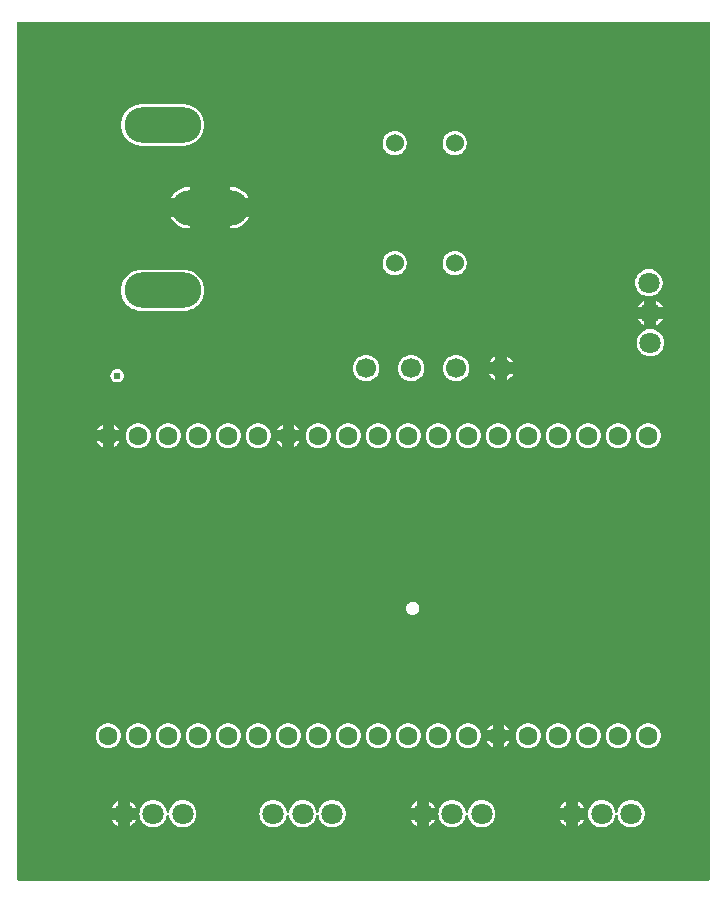
<source format=gbl>
G04 Layer: BottomLayer*
G04 EasyEDA v6.5.42, 2024-04-26 10:31:32*
G04 9f6459e1cdc04d20a695041d627ca585,394a4af37713441991a7fd952f151f2e,10*
G04 Gerber Generator version 0.2*
G04 Scale: 100 percent, Rotated: No, Reflected: No *
G04 Dimensions in millimeters *
G04 leading zeros omitted , absolute positions ,4 integer and 5 decimal *
%FSLAX45Y45*%
%MOMM*%

%ADD10C,1.0000*%
%ADD11C,1.8000*%
%ADD12O,6.499987X2.999994*%
%ADD13C,1.7000*%
%ADD14C,1.5240*%
%ADD15C,1.6000*%
%ADD16C,0.6200*%
%ADD17C,0.0125*%

%LPD*%
G36*
X638048Y1770888D02*
G01*
X634187Y1771700D01*
X630885Y1773885D01*
X628700Y1777187D01*
X627888Y1781048D01*
X627888Y9031732D01*
X628700Y9035592D01*
X630885Y9038894D01*
X634187Y9041079D01*
X638048Y9041892D01*
X6479032Y9041892D01*
X6482892Y9041079D01*
X6486194Y9038894D01*
X6488430Y9035592D01*
X6489192Y9031732D01*
X6489192Y1781048D01*
X6488430Y1777187D01*
X6486194Y1773885D01*
X6482892Y1771700D01*
X6479032Y1770888D01*
G37*

%LPC*%
G36*
X1770735Y2221128D02*
G01*
X1785264Y2221128D01*
X1799691Y2222957D01*
X1813814Y2226614D01*
X1827326Y2231948D01*
X1840077Y2238959D01*
X1851863Y2247493D01*
X1862480Y2257501D01*
X1871776Y2268677D01*
X1879549Y2280970D01*
X1885746Y2294128D01*
X1890268Y2307996D01*
X1893011Y2322525D01*
X1894535Y2326233D01*
X1897329Y2329078D01*
X1900986Y2330602D01*
X1905000Y2330602D01*
X1908657Y2329078D01*
X1911502Y2326233D01*
X1912975Y2322525D01*
X1915769Y2307996D01*
X1920239Y2294128D01*
X1926437Y2280970D01*
X1934260Y2268677D01*
X1943506Y2257501D01*
X1954123Y2247493D01*
X1965909Y2238959D01*
X1978660Y2231948D01*
X1992172Y2226614D01*
X2006295Y2222957D01*
X2020722Y2221128D01*
X2035302Y2221128D01*
X2049729Y2222957D01*
X2063800Y2226614D01*
X2077364Y2231948D01*
X2090115Y2238959D01*
X2101850Y2247493D01*
X2112467Y2257501D01*
X2121763Y2268677D01*
X2129536Y2280970D01*
X2135733Y2294128D01*
X2140254Y2307996D01*
X2142998Y2322271D01*
X2143912Y2336800D01*
X2142998Y2351328D01*
X2140254Y2365603D01*
X2135733Y2379472D01*
X2129536Y2392629D01*
X2121763Y2404922D01*
X2112467Y2416149D01*
X2101850Y2426106D01*
X2090115Y2434640D01*
X2077364Y2441651D01*
X2063800Y2447036D01*
X2049729Y2450642D01*
X2035302Y2452471D01*
X2020722Y2452471D01*
X2006295Y2450642D01*
X1992172Y2447036D01*
X1978660Y2441651D01*
X1965909Y2434640D01*
X1954123Y2426106D01*
X1943506Y2416149D01*
X1934260Y2404922D01*
X1926437Y2392629D01*
X1920239Y2379472D01*
X1915769Y2365603D01*
X1912975Y2351074D01*
X1911502Y2347417D01*
X1908657Y2344572D01*
X1905000Y2343048D01*
X1900986Y2343048D01*
X1897329Y2344572D01*
X1894535Y2347417D01*
X1893011Y2351074D01*
X1890268Y2365603D01*
X1885746Y2379472D01*
X1879549Y2392629D01*
X1871776Y2404922D01*
X1862480Y2416149D01*
X1851863Y2426106D01*
X1840077Y2434640D01*
X1827326Y2441651D01*
X1813814Y2447036D01*
X1799691Y2450642D01*
X1785264Y2452471D01*
X1770735Y2452471D01*
X1756308Y2450642D01*
X1742186Y2447036D01*
X1728673Y2441651D01*
X1715922Y2434640D01*
X1704136Y2426106D01*
X1693519Y2416149D01*
X1684223Y2404922D01*
X1676450Y2392629D01*
X1670253Y2379472D01*
X1665732Y2365603D01*
X1663039Y2351328D01*
X1662125Y2336800D01*
X1663090Y2321915D01*
X1665732Y2307996D01*
X1670253Y2294128D01*
X1676450Y2280970D01*
X1684223Y2268677D01*
X1693519Y2257501D01*
X1704136Y2247493D01*
X1715922Y2238959D01*
X1728673Y2231948D01*
X1742186Y2226614D01*
X1756308Y2222957D01*
G37*
G36*
X4302252Y2221128D02*
G01*
X4316831Y2221128D01*
X4331258Y2222957D01*
X4345330Y2226614D01*
X4358894Y2231948D01*
X4371644Y2238959D01*
X4383430Y2247493D01*
X4393996Y2257501D01*
X4403293Y2268677D01*
X4411065Y2280970D01*
X4417263Y2294128D01*
X4421784Y2307996D01*
X4424578Y2322525D01*
X4426051Y2326233D01*
X4428845Y2329078D01*
X4432554Y2330602D01*
X4436516Y2330602D01*
X4440224Y2329078D01*
X4443018Y2326233D01*
X4444542Y2322525D01*
X4447286Y2307996D01*
X4451807Y2294128D01*
X4458004Y2280970D01*
X4465777Y2268677D01*
X4475073Y2257501D01*
X4485690Y2247493D01*
X4497425Y2238959D01*
X4510176Y2231948D01*
X4523740Y2226614D01*
X4537811Y2222957D01*
X4552238Y2221128D01*
X4566818Y2221128D01*
X4581245Y2222957D01*
X4595368Y2226614D01*
X4608880Y2231948D01*
X4621631Y2238959D01*
X4633417Y2247493D01*
X4644034Y2257501D01*
X4653280Y2268677D01*
X4661103Y2280970D01*
X4667300Y2294128D01*
X4671771Y2307996D01*
X4674514Y2322271D01*
X4675428Y2336800D01*
X4674514Y2351328D01*
X4671771Y2365603D01*
X4667300Y2379472D01*
X4661103Y2392629D01*
X4653280Y2404922D01*
X4644034Y2416149D01*
X4633417Y2426106D01*
X4621631Y2434640D01*
X4608880Y2441651D01*
X4595368Y2447036D01*
X4581245Y2450642D01*
X4566818Y2452471D01*
X4552238Y2452471D01*
X4537811Y2450642D01*
X4523740Y2447036D01*
X4510176Y2441651D01*
X4497425Y2434640D01*
X4485690Y2426106D01*
X4475073Y2416149D01*
X4465777Y2404922D01*
X4458004Y2392629D01*
X4451807Y2379472D01*
X4447286Y2365603D01*
X4444542Y2351074D01*
X4443018Y2347417D01*
X4440224Y2344572D01*
X4436516Y2343048D01*
X4432554Y2343048D01*
X4428845Y2344572D01*
X4426051Y2347417D01*
X4424578Y2351074D01*
X4421784Y2365603D01*
X4417263Y2379472D01*
X4411065Y2392629D01*
X4403293Y2404922D01*
X4393996Y2416149D01*
X4383430Y2426106D01*
X4371644Y2434640D01*
X4358894Y2441651D01*
X4345330Y2447036D01*
X4331258Y2450642D01*
X4316831Y2452471D01*
X4302252Y2452471D01*
X4287824Y2450642D01*
X4273702Y2447036D01*
X4260189Y2441651D01*
X4247438Y2434640D01*
X4235653Y2426106D01*
X4225036Y2416149D01*
X4215790Y2404922D01*
X4207967Y2392629D01*
X4201769Y2379472D01*
X4197299Y2365603D01*
X4194556Y2351328D01*
X4193641Y2336800D01*
X4194657Y2321915D01*
X4197299Y2307996D01*
X4201769Y2294128D01*
X4207967Y2280970D01*
X4215790Y2268677D01*
X4225036Y2257501D01*
X4235653Y2247493D01*
X4247438Y2238959D01*
X4260189Y2231948D01*
X4273702Y2226614D01*
X4287824Y2222957D01*
G37*
G36*
X5568035Y2221128D02*
G01*
X5582564Y2221128D01*
X5596991Y2222957D01*
X5611114Y2226614D01*
X5624626Y2231948D01*
X5637377Y2238959D01*
X5649163Y2247493D01*
X5659780Y2257501D01*
X5669076Y2268677D01*
X5676849Y2280970D01*
X5683046Y2294128D01*
X5687568Y2307996D01*
X5690311Y2322525D01*
X5691835Y2326233D01*
X5694629Y2329078D01*
X5698286Y2330602D01*
X5702300Y2330602D01*
X5705957Y2329078D01*
X5708802Y2326233D01*
X5710275Y2322525D01*
X5713069Y2307996D01*
X5717540Y2294128D01*
X5723737Y2280970D01*
X5731560Y2268677D01*
X5740806Y2257501D01*
X5751423Y2247493D01*
X5763209Y2238959D01*
X5775960Y2231948D01*
X5789472Y2226614D01*
X5803595Y2222957D01*
X5818022Y2221128D01*
X5832602Y2221128D01*
X5847029Y2222957D01*
X5861100Y2226614D01*
X5874664Y2231948D01*
X5887415Y2238959D01*
X5899150Y2247493D01*
X5909767Y2257501D01*
X5919063Y2268677D01*
X5926836Y2280970D01*
X5933033Y2294128D01*
X5937554Y2307996D01*
X5940298Y2322271D01*
X5941212Y2336800D01*
X5940298Y2351328D01*
X5937554Y2365603D01*
X5933033Y2379472D01*
X5926836Y2392629D01*
X5919063Y2404922D01*
X5909767Y2416149D01*
X5899150Y2426106D01*
X5887415Y2434640D01*
X5874664Y2441651D01*
X5861100Y2447036D01*
X5847029Y2450642D01*
X5832602Y2452471D01*
X5818022Y2452471D01*
X5803595Y2450642D01*
X5789472Y2447036D01*
X5775960Y2441651D01*
X5763209Y2434640D01*
X5751423Y2426106D01*
X5740806Y2416149D01*
X5731560Y2404922D01*
X5723737Y2392629D01*
X5717540Y2379472D01*
X5713069Y2365603D01*
X5710275Y2351074D01*
X5708802Y2347417D01*
X5705957Y2344572D01*
X5702300Y2343048D01*
X5698286Y2343048D01*
X5694629Y2344572D01*
X5691835Y2347417D01*
X5690311Y2351074D01*
X5687568Y2365603D01*
X5683046Y2379472D01*
X5676849Y2392629D01*
X5669076Y2404922D01*
X5659780Y2416149D01*
X5649163Y2426106D01*
X5637377Y2434640D01*
X5624626Y2441651D01*
X5611114Y2447036D01*
X5596991Y2450642D01*
X5582564Y2452471D01*
X5568035Y2452471D01*
X5553608Y2450642D01*
X5539486Y2447036D01*
X5525973Y2441651D01*
X5513222Y2434640D01*
X5501436Y2426106D01*
X5490819Y2416149D01*
X5481523Y2404922D01*
X5473750Y2392629D01*
X5467553Y2379472D01*
X5463032Y2365603D01*
X5460339Y2351328D01*
X5459425Y2336800D01*
X5460390Y2321915D01*
X5463032Y2307996D01*
X5467553Y2294128D01*
X5473750Y2280970D01*
X5481523Y2268677D01*
X5490819Y2257501D01*
X5501436Y2247493D01*
X5513222Y2238959D01*
X5525973Y2231948D01*
X5539486Y2226614D01*
X5553608Y2222957D01*
G37*
G36*
X2786481Y2221128D02*
G01*
X2801061Y2221128D01*
X2815488Y2222957D01*
X2829560Y2226614D01*
X2843123Y2231948D01*
X2855874Y2238959D01*
X2867609Y2247493D01*
X2878226Y2257501D01*
X2887522Y2268677D01*
X2895295Y2280970D01*
X2901492Y2294128D01*
X2906014Y2307996D01*
X2908808Y2322525D01*
X2910281Y2326233D01*
X2913075Y2329027D01*
X2916783Y2330602D01*
X2920746Y2330602D01*
X2924454Y2329027D01*
X2927248Y2326233D01*
X2928721Y2322525D01*
X2931515Y2307996D01*
X2936036Y2294128D01*
X2942234Y2280970D01*
X2950006Y2268677D01*
X2959303Y2257501D01*
X2969869Y2247493D01*
X2981655Y2238959D01*
X2994406Y2231948D01*
X3007969Y2226614D01*
X3022041Y2222957D01*
X3036468Y2221128D01*
X3051048Y2221128D01*
X3065475Y2222957D01*
X3079597Y2226614D01*
X3093110Y2231948D01*
X3105861Y2238959D01*
X3117646Y2247493D01*
X3128264Y2257501D01*
X3137509Y2268677D01*
X3145332Y2280970D01*
X3151530Y2294128D01*
X3156000Y2307996D01*
X3158794Y2322525D01*
X3160268Y2326233D01*
X3163112Y2329078D01*
X3166770Y2330602D01*
X3170732Y2330602D01*
X3174441Y2329078D01*
X3177235Y2326233D01*
X3178759Y2322525D01*
X3181502Y2307996D01*
X3186023Y2294128D01*
X3192221Y2280970D01*
X3199993Y2268677D01*
X3209290Y2257501D01*
X3219907Y2247493D01*
X3231692Y2238959D01*
X3244443Y2231948D01*
X3257956Y2226614D01*
X3272028Y2222957D01*
X3286506Y2221128D01*
X3301034Y2221128D01*
X3315462Y2222957D01*
X3329584Y2226614D01*
X3343097Y2231948D01*
X3355848Y2238959D01*
X3367633Y2247493D01*
X3378250Y2257501D01*
X3387496Y2268677D01*
X3395319Y2280970D01*
X3401517Y2294128D01*
X3405987Y2307996D01*
X3408730Y2322271D01*
X3409645Y2336800D01*
X3408730Y2351328D01*
X3405987Y2365603D01*
X3401517Y2379472D01*
X3395319Y2392629D01*
X3387496Y2404922D01*
X3378250Y2416149D01*
X3367633Y2426106D01*
X3355848Y2434640D01*
X3343097Y2441651D01*
X3329584Y2447036D01*
X3315462Y2450642D01*
X3301034Y2452471D01*
X3286506Y2452471D01*
X3272028Y2450642D01*
X3257956Y2447036D01*
X3244443Y2441651D01*
X3231692Y2434640D01*
X3219907Y2426106D01*
X3209290Y2416149D01*
X3199993Y2404922D01*
X3192221Y2392629D01*
X3186023Y2379472D01*
X3181502Y2365603D01*
X3178759Y2351074D01*
X3177235Y2347417D01*
X3174441Y2344572D01*
X3170732Y2343048D01*
X3166770Y2343048D01*
X3163112Y2344572D01*
X3160268Y2347417D01*
X3158794Y2351074D01*
X3156000Y2365603D01*
X3151530Y2379472D01*
X3145332Y2392629D01*
X3137509Y2404922D01*
X3128264Y2416149D01*
X3117646Y2426106D01*
X3105861Y2434640D01*
X3093110Y2441651D01*
X3079597Y2447036D01*
X3065475Y2450642D01*
X3051048Y2452471D01*
X3036468Y2452471D01*
X3022041Y2450642D01*
X3007969Y2447036D01*
X2994406Y2441651D01*
X2981655Y2434640D01*
X2969869Y2426106D01*
X2959303Y2416149D01*
X2950006Y2404922D01*
X2942234Y2392629D01*
X2936036Y2379472D01*
X2931515Y2365603D01*
X2928721Y2351074D01*
X2927248Y2347417D01*
X2924454Y2344572D01*
X2920746Y2343048D01*
X2916783Y2343048D01*
X2913075Y2344572D01*
X2910281Y2347417D01*
X2908808Y2351074D01*
X2906014Y2365603D01*
X2901492Y2379472D01*
X2895295Y2392629D01*
X2887522Y2404922D01*
X2878226Y2416149D01*
X2867609Y2426106D01*
X2855874Y2434640D01*
X2843123Y2441651D01*
X2829560Y2447036D01*
X2815488Y2450642D01*
X2801061Y2452471D01*
X2786481Y2452471D01*
X2772054Y2450642D01*
X2757932Y2447036D01*
X2744419Y2441651D01*
X2731668Y2434640D01*
X2719882Y2426106D01*
X2709265Y2416149D01*
X2700020Y2404922D01*
X2692196Y2392629D01*
X2685999Y2379472D01*
X2681528Y2365603D01*
X2678785Y2351328D01*
X2677871Y2336800D01*
X2678785Y2322271D01*
X2681528Y2307996D01*
X2685999Y2294128D01*
X2692196Y2280970D01*
X2700020Y2268677D01*
X2709265Y2257501D01*
X2719882Y2247493D01*
X2731668Y2238959D01*
X2744419Y2231948D01*
X2757932Y2226614D01*
X2772054Y2222957D01*
G37*
G36*
X1579372Y2233066D02*
G01*
X1590090Y2238959D01*
X1601876Y2247493D01*
X1612493Y2257501D01*
X1621739Y2268677D01*
X1629562Y2280970D01*
X1631645Y2285441D01*
X1579372Y2285441D01*
G37*
G36*
X1476654Y2233066D02*
G01*
X1476654Y2285441D01*
X1424330Y2285441D01*
X1426464Y2280970D01*
X1434236Y2268677D01*
X1443532Y2257501D01*
X1454150Y2247493D01*
X1465884Y2238959D01*
G37*
G36*
X5273954Y2233066D02*
G01*
X5273954Y2285441D01*
X5221630Y2285441D01*
X5223764Y2280970D01*
X5231536Y2268677D01*
X5240832Y2257501D01*
X5251450Y2247493D01*
X5263184Y2238959D01*
G37*
G36*
X4110888Y2233066D02*
G01*
X4121658Y2238959D01*
X4133392Y2247493D01*
X4144010Y2257501D01*
X4153306Y2268677D01*
X4161078Y2280970D01*
X4163212Y2285441D01*
X4110888Y2285441D01*
G37*
G36*
X4008170Y2233066D02*
G01*
X4008170Y2285441D01*
X3955897Y2285441D01*
X3957980Y2280970D01*
X3965803Y2268677D01*
X3975049Y2257501D01*
X3985666Y2247493D01*
X3997451Y2238959D01*
G37*
G36*
X5376672Y2233066D02*
G01*
X5387390Y2238959D01*
X5399176Y2247493D01*
X5409793Y2257501D01*
X5419039Y2268677D01*
X5426862Y2280970D01*
X5428945Y2285441D01*
X5376672Y2285441D01*
G37*
G36*
X1424330Y2388158D02*
G01*
X1476654Y2388158D01*
X1476654Y2440584D01*
X1465884Y2434640D01*
X1454150Y2426106D01*
X1443532Y2416149D01*
X1434236Y2404922D01*
X1426464Y2392629D01*
G37*
G36*
X1579372Y2388158D02*
G01*
X1631645Y2388158D01*
X1629562Y2392629D01*
X1621739Y2404922D01*
X1612493Y2416149D01*
X1601876Y2426106D01*
X1590090Y2434640D01*
X1579372Y2440584D01*
G37*
G36*
X5221630Y2388158D02*
G01*
X5273954Y2388158D01*
X5273954Y2440584D01*
X5263184Y2434640D01*
X5251450Y2426106D01*
X5240832Y2416149D01*
X5231536Y2404922D01*
X5223764Y2392629D01*
G37*
G36*
X4110888Y2388158D02*
G01*
X4163212Y2388158D01*
X4161078Y2392629D01*
X4153306Y2404922D01*
X4144010Y2416149D01*
X4133392Y2426106D01*
X4121658Y2434640D01*
X4110888Y2440584D01*
G37*
G36*
X5376672Y2388158D02*
G01*
X5428945Y2388158D01*
X5426862Y2392629D01*
X5419039Y2404922D01*
X5409793Y2416149D01*
X5399176Y2426106D01*
X5387390Y2434640D01*
X5376672Y2440584D01*
G37*
G36*
X3955897Y2388158D02*
G01*
X4008170Y2388158D01*
X4008170Y2440584D01*
X3997451Y2434640D01*
X3985666Y2426106D01*
X3975049Y2416149D01*
X3965803Y2404922D01*
X3957980Y2392629D01*
G37*
G36*
X1651000Y2891332D02*
G01*
X1664817Y2892247D01*
X1678432Y2894939D01*
X1691538Y2899359D01*
X1703933Y2905506D01*
X1715465Y2913176D01*
X1725879Y2922320D01*
X1735023Y2932734D01*
X1742693Y2944266D01*
X1748840Y2956661D01*
X1753260Y2969818D01*
X1756003Y2983382D01*
X1756867Y2997200D01*
X1756003Y3011017D01*
X1753260Y3024632D01*
X1748840Y3037738D01*
X1742693Y3050133D01*
X1735023Y3061665D01*
X1725879Y3072079D01*
X1715465Y3081223D01*
X1703933Y3088894D01*
X1691538Y3095040D01*
X1678432Y3099460D01*
X1664817Y3102203D01*
X1651000Y3103067D01*
X1637182Y3102203D01*
X1623618Y3099460D01*
X1610461Y3095040D01*
X1598066Y3088894D01*
X1586534Y3081223D01*
X1576120Y3072079D01*
X1566976Y3061665D01*
X1559306Y3050133D01*
X1553159Y3037738D01*
X1548739Y3024632D01*
X1546047Y3011017D01*
X1545132Y2997200D01*
X1546047Y2983382D01*
X1548739Y2969818D01*
X1553159Y2956661D01*
X1559306Y2944266D01*
X1566976Y2932734D01*
X1576120Y2922320D01*
X1586534Y2913176D01*
X1598066Y2905506D01*
X1610461Y2899359D01*
X1623618Y2894939D01*
X1637182Y2892247D01*
G37*
G36*
X1397000Y2891332D02*
G01*
X1410817Y2892247D01*
X1424432Y2894939D01*
X1437538Y2899359D01*
X1449933Y2905506D01*
X1461465Y2913176D01*
X1471879Y2922320D01*
X1481023Y2932734D01*
X1488694Y2944266D01*
X1494840Y2956661D01*
X1499260Y2969818D01*
X1502003Y2983382D01*
X1502867Y2997200D01*
X1502003Y3011017D01*
X1499260Y3024632D01*
X1494840Y3037738D01*
X1488694Y3050133D01*
X1481023Y3061665D01*
X1471879Y3072079D01*
X1461465Y3081223D01*
X1449933Y3088894D01*
X1437538Y3095040D01*
X1424432Y3099460D01*
X1410817Y3102203D01*
X1397000Y3103067D01*
X1383182Y3102203D01*
X1369618Y3099460D01*
X1356461Y3095040D01*
X1344066Y3088894D01*
X1332534Y3081223D01*
X1322120Y3072079D01*
X1312976Y3061665D01*
X1305306Y3050133D01*
X1299159Y3037738D01*
X1294739Y3024632D01*
X1292047Y3011017D01*
X1291132Y2997200D01*
X1292047Y2983382D01*
X1294739Y2969818D01*
X1299159Y2956661D01*
X1305306Y2944266D01*
X1312976Y2932734D01*
X1322120Y2922320D01*
X1332534Y2913176D01*
X1344066Y2905506D01*
X1356461Y2899359D01*
X1369618Y2894939D01*
X1383182Y2892247D01*
G37*
G36*
X4445000Y2891332D02*
G01*
X4458817Y2892247D01*
X4472381Y2894939D01*
X4485538Y2899359D01*
X4497933Y2905506D01*
X4509465Y2913176D01*
X4519879Y2922320D01*
X4529023Y2932734D01*
X4536694Y2944266D01*
X4542840Y2956661D01*
X4547260Y2969818D01*
X4550003Y2983382D01*
X4550867Y2997200D01*
X4550003Y3011017D01*
X4547260Y3024632D01*
X4542840Y3037738D01*
X4536694Y3050133D01*
X4529023Y3061665D01*
X4519879Y3072079D01*
X4509465Y3081223D01*
X4497933Y3088894D01*
X4485538Y3095040D01*
X4472381Y3099460D01*
X4458817Y3102203D01*
X4445000Y3103067D01*
X4431182Y3102203D01*
X4417618Y3099460D01*
X4404461Y3095040D01*
X4392066Y3088894D01*
X4380534Y3081223D01*
X4370120Y3072079D01*
X4360976Y3061665D01*
X4353306Y3050133D01*
X4347159Y3037738D01*
X4342739Y3024632D01*
X4339996Y3011017D01*
X4339132Y2997200D01*
X4339996Y2983382D01*
X4342739Y2969818D01*
X4347159Y2956661D01*
X4353306Y2944266D01*
X4360976Y2932734D01*
X4370120Y2922320D01*
X4380534Y2913176D01*
X4392066Y2905506D01*
X4404461Y2899359D01*
X4417618Y2894939D01*
X4431182Y2892247D01*
G37*
G36*
X2667000Y2891332D02*
G01*
X2680817Y2892247D01*
X2694432Y2894939D01*
X2707538Y2899359D01*
X2719933Y2905506D01*
X2731465Y2913176D01*
X2741879Y2922320D01*
X2751023Y2932734D01*
X2758694Y2944266D01*
X2764840Y2956661D01*
X2769260Y2969818D01*
X2772003Y2983382D01*
X2772867Y2997200D01*
X2772003Y3011017D01*
X2769260Y3024632D01*
X2764840Y3037738D01*
X2758694Y3050133D01*
X2751023Y3061665D01*
X2741879Y3072079D01*
X2731465Y3081223D01*
X2719933Y3088894D01*
X2707538Y3095040D01*
X2694432Y3099460D01*
X2680817Y3102203D01*
X2667000Y3103067D01*
X2653182Y3102203D01*
X2639618Y3099460D01*
X2626461Y3095040D01*
X2614066Y3088894D01*
X2602534Y3081223D01*
X2592120Y3072079D01*
X2582976Y3061665D01*
X2575306Y3050133D01*
X2569159Y3037738D01*
X2564739Y3024632D01*
X2562047Y3011017D01*
X2561132Y2997200D01*
X2562047Y2983382D01*
X2564739Y2969818D01*
X2569159Y2956661D01*
X2575306Y2944266D01*
X2582976Y2932734D01*
X2592120Y2922320D01*
X2602534Y2913176D01*
X2614066Y2905506D01*
X2626461Y2899359D01*
X2639618Y2894939D01*
X2653182Y2892247D01*
G37*
G36*
X4953000Y2891332D02*
G01*
X4966817Y2892247D01*
X4980381Y2894939D01*
X4993538Y2899359D01*
X5005933Y2905506D01*
X5017465Y2913176D01*
X5027879Y2922320D01*
X5037023Y2932734D01*
X5044694Y2944266D01*
X5050840Y2956661D01*
X5055260Y2969818D01*
X5057952Y2983382D01*
X5058867Y2997200D01*
X5057952Y3011017D01*
X5055260Y3024632D01*
X5050840Y3037738D01*
X5044694Y3050133D01*
X5037023Y3061665D01*
X5027879Y3072079D01*
X5017465Y3081223D01*
X5005933Y3088894D01*
X4993538Y3095040D01*
X4980381Y3099460D01*
X4966817Y3102203D01*
X4953000Y3103067D01*
X4939182Y3102203D01*
X4925568Y3099460D01*
X4912461Y3095040D01*
X4900066Y3088894D01*
X4888534Y3081223D01*
X4878120Y3072079D01*
X4868976Y3061665D01*
X4861306Y3050133D01*
X4855159Y3037738D01*
X4850739Y3024632D01*
X4847996Y3011017D01*
X4847132Y2997200D01*
X4847996Y2983382D01*
X4850739Y2969818D01*
X4855159Y2956661D01*
X4861306Y2944266D01*
X4868976Y2932734D01*
X4878120Y2922320D01*
X4888534Y2913176D01*
X4900066Y2905506D01*
X4912461Y2899359D01*
X4925568Y2894939D01*
X4939182Y2892247D01*
G37*
G36*
X2413000Y2891332D02*
G01*
X2426817Y2892247D01*
X2440432Y2894939D01*
X2453538Y2899359D01*
X2465933Y2905506D01*
X2477465Y2913176D01*
X2487879Y2922320D01*
X2497023Y2932734D01*
X2504694Y2944266D01*
X2510840Y2956661D01*
X2515260Y2969818D01*
X2518003Y2983382D01*
X2518867Y2997200D01*
X2518003Y3011017D01*
X2515260Y3024632D01*
X2510840Y3037738D01*
X2504694Y3050133D01*
X2497023Y3061665D01*
X2487879Y3072079D01*
X2477465Y3081223D01*
X2465933Y3088894D01*
X2453538Y3095040D01*
X2440432Y3099460D01*
X2426817Y3102203D01*
X2413000Y3103067D01*
X2399182Y3102203D01*
X2385618Y3099460D01*
X2372461Y3095040D01*
X2360066Y3088894D01*
X2348534Y3081223D01*
X2338120Y3072079D01*
X2328976Y3061665D01*
X2321306Y3050133D01*
X2315159Y3037738D01*
X2310739Y3024632D01*
X2308047Y3011017D01*
X2307132Y2997200D01*
X2308047Y2983382D01*
X2310739Y2969818D01*
X2315159Y2956661D01*
X2321306Y2944266D01*
X2328976Y2932734D01*
X2338120Y2922320D01*
X2348534Y2913176D01*
X2360066Y2905506D01*
X2372461Y2899359D01*
X2385618Y2894939D01*
X2399182Y2892247D01*
G37*
G36*
X5207000Y2891332D02*
G01*
X5220817Y2892247D01*
X5234381Y2894939D01*
X5247538Y2899359D01*
X5259933Y2905506D01*
X5271465Y2913176D01*
X5281879Y2922320D01*
X5291023Y2932734D01*
X5298694Y2944266D01*
X5304840Y2956661D01*
X5309260Y2969818D01*
X5311952Y2983382D01*
X5312867Y2997200D01*
X5311952Y3011017D01*
X5309260Y3024632D01*
X5304840Y3037738D01*
X5298694Y3050133D01*
X5291023Y3061665D01*
X5281879Y3072079D01*
X5271465Y3081223D01*
X5259933Y3088894D01*
X5247538Y3095040D01*
X5234381Y3099460D01*
X5220817Y3102203D01*
X5207000Y3103067D01*
X5193182Y3102203D01*
X5179568Y3099460D01*
X5166461Y3095040D01*
X5154066Y3088894D01*
X5142534Y3081223D01*
X5132120Y3072079D01*
X5122976Y3061665D01*
X5115306Y3050133D01*
X5109159Y3037738D01*
X5104739Y3024632D01*
X5101996Y3011017D01*
X5101132Y2997200D01*
X5101996Y2983382D01*
X5104739Y2969818D01*
X5109159Y2956661D01*
X5115306Y2944266D01*
X5122976Y2932734D01*
X5132120Y2922320D01*
X5142534Y2913176D01*
X5154066Y2905506D01*
X5166461Y2899359D01*
X5179568Y2894939D01*
X5193182Y2892247D01*
G37*
G36*
X2159000Y2891332D02*
G01*
X2172817Y2892247D01*
X2186432Y2894939D01*
X2199538Y2899359D01*
X2211933Y2905506D01*
X2223465Y2913176D01*
X2233879Y2922320D01*
X2243023Y2932734D01*
X2250694Y2944266D01*
X2256840Y2956661D01*
X2261260Y2969818D01*
X2264003Y2983382D01*
X2264867Y2997200D01*
X2264003Y3011017D01*
X2261260Y3024632D01*
X2256840Y3037738D01*
X2250694Y3050133D01*
X2243023Y3061665D01*
X2233879Y3072079D01*
X2223465Y3081223D01*
X2211933Y3088894D01*
X2199538Y3095040D01*
X2186432Y3099460D01*
X2172817Y3102203D01*
X2159000Y3103067D01*
X2145182Y3102203D01*
X2131618Y3099460D01*
X2118461Y3095040D01*
X2106066Y3088894D01*
X2094534Y3081223D01*
X2084120Y3072079D01*
X2074976Y3061665D01*
X2067306Y3050133D01*
X2061159Y3037738D01*
X2056739Y3024632D01*
X2054047Y3011017D01*
X2053132Y2997200D01*
X2054047Y2983382D01*
X2056739Y2969818D01*
X2061159Y2956661D01*
X2067306Y2944266D01*
X2074976Y2932734D01*
X2084120Y2922320D01*
X2094534Y2913176D01*
X2106066Y2905506D01*
X2118461Y2899359D01*
X2131618Y2894939D01*
X2145182Y2892247D01*
G37*
G36*
X5461000Y2891332D02*
G01*
X5474817Y2892247D01*
X5488381Y2894939D01*
X5501538Y2899359D01*
X5513933Y2905506D01*
X5525465Y2913176D01*
X5535879Y2922320D01*
X5545023Y2932734D01*
X5552694Y2944266D01*
X5558840Y2956661D01*
X5563260Y2969818D01*
X5565952Y2983382D01*
X5566867Y2997200D01*
X5565952Y3011017D01*
X5563260Y3024632D01*
X5558840Y3037738D01*
X5552694Y3050133D01*
X5545023Y3061665D01*
X5535879Y3072079D01*
X5525465Y3081223D01*
X5513933Y3088894D01*
X5501538Y3095040D01*
X5488381Y3099460D01*
X5474817Y3102203D01*
X5461000Y3103067D01*
X5447182Y3102203D01*
X5433568Y3099460D01*
X5420461Y3095040D01*
X5408066Y3088894D01*
X5396534Y3081223D01*
X5386120Y3072079D01*
X5376976Y3061665D01*
X5369306Y3050133D01*
X5363159Y3037738D01*
X5358739Y3024632D01*
X5355996Y3011017D01*
X5355132Y2997200D01*
X5355996Y2983382D01*
X5358739Y2969818D01*
X5363159Y2956661D01*
X5369306Y2944266D01*
X5376976Y2932734D01*
X5386120Y2922320D01*
X5396534Y2913176D01*
X5408066Y2905506D01*
X5420461Y2899359D01*
X5433568Y2894939D01*
X5447182Y2892247D01*
G37*
G36*
X1905000Y2891332D02*
G01*
X1918817Y2892247D01*
X1932432Y2894939D01*
X1945538Y2899359D01*
X1957933Y2905506D01*
X1969465Y2913176D01*
X1979879Y2922320D01*
X1989023Y2932734D01*
X1996693Y2944266D01*
X2002840Y2956661D01*
X2007260Y2969818D01*
X2010003Y2983382D01*
X2010867Y2997200D01*
X2010003Y3011017D01*
X2007260Y3024632D01*
X2002840Y3037738D01*
X1996693Y3050133D01*
X1989023Y3061665D01*
X1979879Y3072079D01*
X1969465Y3081223D01*
X1957933Y3088894D01*
X1945538Y3095040D01*
X1932432Y3099460D01*
X1918817Y3102203D01*
X1905000Y3103067D01*
X1891182Y3102203D01*
X1877618Y3099460D01*
X1864461Y3095040D01*
X1852066Y3088894D01*
X1840534Y3081223D01*
X1830120Y3072079D01*
X1820976Y3061665D01*
X1813306Y3050133D01*
X1807159Y3037738D01*
X1802739Y3024632D01*
X1800047Y3011017D01*
X1799132Y2997200D01*
X1800047Y2983382D01*
X1802739Y2969818D01*
X1807159Y2956661D01*
X1813306Y2944266D01*
X1820976Y2932734D01*
X1830120Y2922320D01*
X1840534Y2913176D01*
X1852066Y2905506D01*
X1864461Y2899359D01*
X1877618Y2894939D01*
X1891182Y2892247D01*
G37*
G36*
X3937000Y2891332D02*
G01*
X3950817Y2892247D01*
X3964381Y2894939D01*
X3977538Y2899359D01*
X3989933Y2905506D01*
X4001465Y2913176D01*
X4011879Y2922320D01*
X4021023Y2932734D01*
X4028694Y2944266D01*
X4034840Y2956661D01*
X4039260Y2969818D01*
X4042003Y2983382D01*
X4042867Y2997200D01*
X4042003Y3011017D01*
X4039260Y3024632D01*
X4034840Y3037738D01*
X4028694Y3050133D01*
X4021023Y3061665D01*
X4011879Y3072079D01*
X4001465Y3081223D01*
X3989933Y3088894D01*
X3977538Y3095040D01*
X3964381Y3099460D01*
X3950817Y3102203D01*
X3937000Y3103067D01*
X3923182Y3102203D01*
X3909618Y3099460D01*
X3896461Y3095040D01*
X3884066Y3088894D01*
X3872534Y3081223D01*
X3862120Y3072079D01*
X3852976Y3061665D01*
X3845306Y3050133D01*
X3839159Y3037738D01*
X3834739Y3024632D01*
X3831996Y3011017D01*
X3831132Y2997200D01*
X3831996Y2983382D01*
X3834739Y2969818D01*
X3839159Y2956661D01*
X3845306Y2944266D01*
X3852976Y2932734D01*
X3862120Y2922320D01*
X3872534Y2913176D01*
X3884066Y2905506D01*
X3896461Y2899359D01*
X3909618Y2894939D01*
X3923182Y2892247D01*
G37*
G36*
X3175000Y2891332D02*
G01*
X3188817Y2892247D01*
X3202432Y2894939D01*
X3215538Y2899359D01*
X3227933Y2905506D01*
X3239465Y2913176D01*
X3249879Y2922320D01*
X3259023Y2932734D01*
X3266694Y2944266D01*
X3272840Y2956661D01*
X3277260Y2969818D01*
X3280003Y2983382D01*
X3280867Y2997200D01*
X3280003Y3011017D01*
X3277260Y3024632D01*
X3272840Y3037738D01*
X3266694Y3050133D01*
X3259023Y3061665D01*
X3249879Y3072079D01*
X3239465Y3081223D01*
X3227933Y3088894D01*
X3215538Y3095040D01*
X3202432Y3099460D01*
X3188817Y3102203D01*
X3175000Y3103067D01*
X3161182Y3102203D01*
X3147618Y3099460D01*
X3134461Y3095040D01*
X3122066Y3088894D01*
X3110534Y3081223D01*
X3100120Y3072079D01*
X3090976Y3061665D01*
X3083306Y3050133D01*
X3077159Y3037738D01*
X3072739Y3024632D01*
X3070047Y3011017D01*
X3069132Y2997200D01*
X3070047Y2983382D01*
X3072739Y2969818D01*
X3077159Y2956661D01*
X3083306Y2944266D01*
X3090976Y2932734D01*
X3100120Y2922320D01*
X3110534Y2913176D01*
X3122066Y2905506D01*
X3134461Y2899359D01*
X3147618Y2894939D01*
X3161182Y2892247D01*
G37*
G36*
X2921000Y2891332D02*
G01*
X2934817Y2892247D01*
X2948432Y2894939D01*
X2961538Y2899359D01*
X2973933Y2905506D01*
X2985465Y2913176D01*
X2995879Y2922320D01*
X3005023Y2932734D01*
X3012694Y2944266D01*
X3018840Y2956661D01*
X3023260Y2969818D01*
X3026003Y2983382D01*
X3026867Y2997200D01*
X3026003Y3011017D01*
X3023260Y3024632D01*
X3018840Y3037738D01*
X3012694Y3050133D01*
X3005023Y3061665D01*
X2995879Y3072079D01*
X2985465Y3081223D01*
X2973933Y3088894D01*
X2961538Y3095040D01*
X2948432Y3099460D01*
X2934817Y3102203D01*
X2921000Y3103067D01*
X2907182Y3102203D01*
X2893618Y3099460D01*
X2880461Y3095040D01*
X2868066Y3088894D01*
X2856534Y3081223D01*
X2846120Y3072079D01*
X2836976Y3061665D01*
X2829306Y3050133D01*
X2823159Y3037738D01*
X2818739Y3024632D01*
X2816047Y3011017D01*
X2815132Y2997200D01*
X2816047Y2983382D01*
X2818739Y2969818D01*
X2823159Y2956661D01*
X2829306Y2944266D01*
X2836976Y2932734D01*
X2846120Y2922320D01*
X2856534Y2913176D01*
X2868066Y2905506D01*
X2880461Y2899359D01*
X2893618Y2894939D01*
X2907182Y2892247D01*
G37*
G36*
X4191000Y2891332D02*
G01*
X4204817Y2892247D01*
X4218381Y2894939D01*
X4231538Y2899359D01*
X4243933Y2905506D01*
X4255465Y2913176D01*
X4265879Y2922320D01*
X4275023Y2932734D01*
X4282694Y2944266D01*
X4288840Y2956661D01*
X4293260Y2969818D01*
X4296003Y2983382D01*
X4296867Y2997200D01*
X4296003Y3011017D01*
X4293260Y3024632D01*
X4288840Y3037738D01*
X4282694Y3050133D01*
X4275023Y3061665D01*
X4265879Y3072079D01*
X4255465Y3081223D01*
X4243933Y3088894D01*
X4231538Y3095040D01*
X4218381Y3099460D01*
X4204817Y3102203D01*
X4191000Y3103067D01*
X4177182Y3102203D01*
X4163618Y3099460D01*
X4150461Y3095040D01*
X4138066Y3088894D01*
X4126534Y3081223D01*
X4116120Y3072079D01*
X4106976Y3061665D01*
X4099306Y3050133D01*
X4093159Y3037738D01*
X4088739Y3024632D01*
X4085996Y3011017D01*
X4085132Y2997200D01*
X4085996Y2983382D01*
X4088739Y2969818D01*
X4093159Y2956661D01*
X4099306Y2944266D01*
X4106976Y2932734D01*
X4116120Y2922320D01*
X4126534Y2913176D01*
X4138066Y2905506D01*
X4150461Y2899359D01*
X4163618Y2894939D01*
X4177182Y2892247D01*
G37*
G36*
X3429000Y2891332D02*
G01*
X3442817Y2892247D01*
X3456381Y2894939D01*
X3469538Y2899359D01*
X3481933Y2905506D01*
X3493465Y2913176D01*
X3503879Y2922320D01*
X3513023Y2932734D01*
X3520694Y2944266D01*
X3526840Y2956661D01*
X3531260Y2969818D01*
X3534003Y2983382D01*
X3534867Y2997200D01*
X3534003Y3011017D01*
X3531260Y3024632D01*
X3526840Y3037738D01*
X3520694Y3050133D01*
X3513023Y3061665D01*
X3503879Y3072079D01*
X3493465Y3081223D01*
X3481933Y3088894D01*
X3469538Y3095040D01*
X3456381Y3099460D01*
X3442817Y3102203D01*
X3429000Y3103067D01*
X3415182Y3102203D01*
X3401618Y3099460D01*
X3388461Y3095040D01*
X3376066Y3088894D01*
X3364534Y3081223D01*
X3354120Y3072079D01*
X3344976Y3061665D01*
X3337306Y3050133D01*
X3331159Y3037738D01*
X3326739Y3024632D01*
X3323996Y3011017D01*
X3323132Y2997200D01*
X3323996Y2983382D01*
X3326739Y2969818D01*
X3331159Y2956661D01*
X3337306Y2944266D01*
X3344976Y2932734D01*
X3354120Y2922320D01*
X3364534Y2913176D01*
X3376066Y2905506D01*
X3388461Y2899359D01*
X3401618Y2894939D01*
X3415182Y2892247D01*
G37*
G36*
X5715000Y2891332D02*
G01*
X5728817Y2892247D01*
X5742381Y2894939D01*
X5755538Y2899359D01*
X5767933Y2905506D01*
X5779465Y2913176D01*
X5789879Y2922320D01*
X5799023Y2932734D01*
X5806694Y2944266D01*
X5812840Y2956661D01*
X5817260Y2969818D01*
X5819952Y2983382D01*
X5820867Y2997200D01*
X5819952Y3011017D01*
X5817260Y3024632D01*
X5812840Y3037738D01*
X5806694Y3050133D01*
X5799023Y3061665D01*
X5789879Y3072079D01*
X5779465Y3081223D01*
X5767933Y3088894D01*
X5755538Y3095040D01*
X5742381Y3099460D01*
X5728817Y3102203D01*
X5715000Y3103067D01*
X5701182Y3102203D01*
X5687568Y3099460D01*
X5674461Y3095040D01*
X5662066Y3088894D01*
X5650534Y3081223D01*
X5640120Y3072079D01*
X5630976Y3061665D01*
X5623306Y3050133D01*
X5617159Y3037738D01*
X5612739Y3024632D01*
X5609996Y3011017D01*
X5609132Y2997200D01*
X5609996Y2983382D01*
X5612739Y2969818D01*
X5617159Y2956661D01*
X5623306Y2944266D01*
X5630976Y2932734D01*
X5640120Y2922320D01*
X5650534Y2913176D01*
X5662066Y2905506D01*
X5674461Y2899359D01*
X5687568Y2894939D01*
X5701182Y2892247D01*
G37*
G36*
X3683000Y2891332D02*
G01*
X3696817Y2892247D01*
X3710381Y2894939D01*
X3723538Y2899359D01*
X3735933Y2905506D01*
X3747465Y2913176D01*
X3757879Y2922320D01*
X3767023Y2932734D01*
X3774694Y2944266D01*
X3780840Y2956661D01*
X3785260Y2969818D01*
X3788003Y2983382D01*
X3788867Y2997200D01*
X3788003Y3011017D01*
X3785260Y3024632D01*
X3780840Y3037738D01*
X3774694Y3050133D01*
X3767023Y3061665D01*
X3757879Y3072079D01*
X3747465Y3081223D01*
X3735933Y3088894D01*
X3723538Y3095040D01*
X3710381Y3099460D01*
X3696817Y3102203D01*
X3683000Y3103067D01*
X3669182Y3102203D01*
X3655618Y3099460D01*
X3642461Y3095040D01*
X3630066Y3088894D01*
X3618534Y3081223D01*
X3608120Y3072079D01*
X3598976Y3061665D01*
X3591306Y3050133D01*
X3585159Y3037738D01*
X3580739Y3024632D01*
X3577996Y3011017D01*
X3577132Y2997200D01*
X3577996Y2983382D01*
X3580739Y2969818D01*
X3585159Y2956661D01*
X3591306Y2944266D01*
X3598976Y2932734D01*
X3608120Y2922320D01*
X3618534Y2913176D01*
X3630066Y2905506D01*
X3642461Y2899359D01*
X3655618Y2894939D01*
X3669182Y2892247D01*
G37*
G36*
X5969000Y2891332D02*
G01*
X5982817Y2892247D01*
X5996381Y2894939D01*
X6009538Y2899359D01*
X6021933Y2905506D01*
X6033465Y2913176D01*
X6043879Y2922320D01*
X6053023Y2932734D01*
X6060694Y2944266D01*
X6066840Y2956661D01*
X6071260Y2969818D01*
X6073952Y2983382D01*
X6074867Y2997200D01*
X6073952Y3011017D01*
X6071260Y3024632D01*
X6066840Y3037738D01*
X6060694Y3050133D01*
X6053023Y3061665D01*
X6043879Y3072079D01*
X6033465Y3081223D01*
X6021933Y3088894D01*
X6009538Y3095040D01*
X5996381Y3099460D01*
X5982817Y3102203D01*
X5969000Y3103067D01*
X5955182Y3102203D01*
X5941568Y3099460D01*
X5928461Y3095040D01*
X5916066Y3088894D01*
X5904534Y3081223D01*
X5894120Y3072079D01*
X5884976Y3061665D01*
X5877306Y3050133D01*
X5871159Y3037738D01*
X5866739Y3024632D01*
X5863996Y3011017D01*
X5863132Y2997200D01*
X5863996Y2983382D01*
X5866739Y2969818D01*
X5871159Y2956661D01*
X5877306Y2944266D01*
X5884976Y2932734D01*
X5894120Y2922320D01*
X5904534Y2913176D01*
X5916066Y2905506D01*
X5928461Y2899359D01*
X5941568Y2894939D01*
X5955182Y2892247D01*
G37*
G36*
X4652670Y2902254D02*
G01*
X4652670Y2950870D01*
X4604054Y2950870D01*
X4607306Y2944266D01*
X4614976Y2932734D01*
X4624120Y2922320D01*
X4634534Y2913176D01*
X4646066Y2905506D01*
G37*
G36*
X4745329Y2902254D02*
G01*
X4751933Y2905506D01*
X4763465Y2913176D01*
X4773879Y2922320D01*
X4783023Y2932734D01*
X4790694Y2944266D01*
X4793945Y2950870D01*
X4745329Y2950870D01*
G37*
G36*
X4745329Y3043529D02*
G01*
X4793945Y3043529D01*
X4790694Y3050133D01*
X4783023Y3061665D01*
X4773879Y3072079D01*
X4763465Y3081223D01*
X4751933Y3088894D01*
X4745329Y3092145D01*
G37*
G36*
X4604054Y3043529D02*
G01*
X4652670Y3043529D01*
X4652670Y3092145D01*
X4646066Y3088894D01*
X4634534Y3081223D01*
X4624120Y3072079D01*
X4614976Y3061665D01*
X4607306Y3050133D01*
G37*
G36*
X3977538Y4019854D02*
G01*
X3987088Y4021124D01*
X3996283Y4023918D01*
X4004919Y4028287D01*
X4012692Y4034028D01*
X4019346Y4040987D01*
X4024731Y4048963D01*
X4028744Y4057751D01*
X4031132Y4067098D01*
X4031996Y4076700D01*
X4031132Y4086301D01*
X4028744Y4095648D01*
X4024731Y4104436D01*
X4019346Y4112412D01*
X4012692Y4119372D01*
X4004919Y4125112D01*
X3996283Y4129481D01*
X3987088Y4132275D01*
X3977538Y4133545D01*
X3967886Y4133087D01*
X3958437Y4131056D01*
X3949496Y4127500D01*
X3941267Y4122420D01*
X3934053Y4116070D01*
X3927957Y4108551D01*
X3923284Y4100118D01*
X3920083Y4091025D01*
X3918458Y4081526D01*
X3918458Y4071874D01*
X3920083Y4062374D01*
X3923284Y4053281D01*
X3927957Y4044848D01*
X3934053Y4037329D01*
X3941267Y4030979D01*
X3949496Y4025900D01*
X3958437Y4022344D01*
X3967886Y4020312D01*
G37*
G36*
X1651000Y5431332D02*
G01*
X1664817Y5432196D01*
X1678432Y5434939D01*
X1691538Y5439359D01*
X1703933Y5445506D01*
X1715465Y5453176D01*
X1725879Y5462320D01*
X1735023Y5472734D01*
X1742693Y5484266D01*
X1748840Y5496661D01*
X1753260Y5509768D01*
X1756003Y5523382D01*
X1756867Y5537200D01*
X1756003Y5551017D01*
X1753260Y5564581D01*
X1748840Y5577738D01*
X1742693Y5590133D01*
X1735023Y5601665D01*
X1725879Y5612079D01*
X1715465Y5621223D01*
X1703933Y5628894D01*
X1691538Y5635040D01*
X1678432Y5639460D01*
X1664817Y5642152D01*
X1651000Y5643067D01*
X1637182Y5642152D01*
X1623618Y5639460D01*
X1610461Y5635040D01*
X1598066Y5628894D01*
X1586534Y5621223D01*
X1576120Y5612079D01*
X1566976Y5601665D01*
X1559306Y5590133D01*
X1553159Y5577738D01*
X1548739Y5564581D01*
X1546047Y5551017D01*
X1545132Y5537200D01*
X1546047Y5523382D01*
X1548739Y5509768D01*
X1553159Y5496661D01*
X1559306Y5484266D01*
X1566976Y5472734D01*
X1576120Y5462320D01*
X1586534Y5453176D01*
X1598066Y5445506D01*
X1610461Y5439359D01*
X1623618Y5434939D01*
X1637182Y5432196D01*
G37*
G36*
X3175000Y5431332D02*
G01*
X3188817Y5432196D01*
X3202432Y5434939D01*
X3215538Y5439359D01*
X3227933Y5445506D01*
X3239465Y5453176D01*
X3249879Y5462320D01*
X3259023Y5472734D01*
X3266694Y5484266D01*
X3272840Y5496661D01*
X3277260Y5509768D01*
X3280003Y5523382D01*
X3280867Y5537200D01*
X3280003Y5551017D01*
X3277260Y5564581D01*
X3272840Y5577738D01*
X3266694Y5590133D01*
X3259023Y5601665D01*
X3249879Y5612079D01*
X3239465Y5621223D01*
X3227933Y5628894D01*
X3215538Y5635040D01*
X3202432Y5639460D01*
X3188817Y5642152D01*
X3175000Y5643067D01*
X3161182Y5642152D01*
X3147618Y5639460D01*
X3134461Y5635040D01*
X3122066Y5628894D01*
X3110534Y5621223D01*
X3100120Y5612079D01*
X3090976Y5601665D01*
X3083306Y5590133D01*
X3077159Y5577738D01*
X3072739Y5564581D01*
X3070047Y5551017D01*
X3069132Y5537200D01*
X3070047Y5523382D01*
X3072739Y5509768D01*
X3077159Y5496661D01*
X3083306Y5484266D01*
X3090976Y5472734D01*
X3100120Y5462320D01*
X3110534Y5453176D01*
X3122066Y5445506D01*
X3134461Y5439359D01*
X3147618Y5434939D01*
X3161182Y5432196D01*
G37*
G36*
X4699000Y5431332D02*
G01*
X4712817Y5432196D01*
X4726381Y5434939D01*
X4739538Y5439359D01*
X4751933Y5445506D01*
X4763465Y5453176D01*
X4773879Y5462320D01*
X4783023Y5472734D01*
X4790694Y5484266D01*
X4796840Y5496661D01*
X4801260Y5509768D01*
X4803952Y5523382D01*
X4804867Y5537200D01*
X4803952Y5551017D01*
X4801260Y5564581D01*
X4796840Y5577738D01*
X4790694Y5590133D01*
X4783023Y5601665D01*
X4773879Y5612079D01*
X4763465Y5621223D01*
X4751933Y5628894D01*
X4739538Y5635040D01*
X4726381Y5639460D01*
X4712817Y5642152D01*
X4699000Y5643067D01*
X4685182Y5642152D01*
X4671568Y5639460D01*
X4658461Y5635040D01*
X4646066Y5628894D01*
X4634534Y5621223D01*
X4624120Y5612079D01*
X4614976Y5601665D01*
X4607306Y5590133D01*
X4601159Y5577738D01*
X4596739Y5564581D01*
X4593996Y5551017D01*
X4593132Y5537200D01*
X4593996Y5523382D01*
X4596739Y5509768D01*
X4601159Y5496661D01*
X4607306Y5484266D01*
X4614976Y5472734D01*
X4624120Y5462320D01*
X4634534Y5453176D01*
X4646066Y5445506D01*
X4658461Y5439359D01*
X4671568Y5434939D01*
X4685182Y5432196D01*
G37*
G36*
X4191000Y5431332D02*
G01*
X4204817Y5432196D01*
X4218381Y5434939D01*
X4231538Y5439359D01*
X4243933Y5445506D01*
X4255465Y5453176D01*
X4265879Y5462320D01*
X4275023Y5472734D01*
X4282694Y5484266D01*
X4288840Y5496661D01*
X4293260Y5509768D01*
X4296003Y5523382D01*
X4296867Y5537200D01*
X4296003Y5551017D01*
X4293260Y5564581D01*
X4288840Y5577738D01*
X4282694Y5590133D01*
X4275023Y5601665D01*
X4265879Y5612079D01*
X4255465Y5621223D01*
X4243933Y5628894D01*
X4231538Y5635040D01*
X4218381Y5639460D01*
X4204817Y5642152D01*
X4191000Y5643067D01*
X4177182Y5642152D01*
X4163618Y5639460D01*
X4150461Y5635040D01*
X4138066Y5628894D01*
X4126534Y5621223D01*
X4116120Y5612079D01*
X4106976Y5601665D01*
X4099306Y5590133D01*
X4093159Y5577738D01*
X4088739Y5564581D01*
X4085996Y5551017D01*
X4085132Y5537200D01*
X4085996Y5523382D01*
X4088739Y5509768D01*
X4093159Y5496661D01*
X4099306Y5484266D01*
X4106976Y5472734D01*
X4116120Y5462320D01*
X4126534Y5453176D01*
X4138066Y5445506D01*
X4150461Y5439359D01*
X4163618Y5434939D01*
X4177182Y5432196D01*
G37*
G36*
X3683000Y5431332D02*
G01*
X3696817Y5432196D01*
X3710381Y5434939D01*
X3723538Y5439359D01*
X3735933Y5445506D01*
X3747465Y5453176D01*
X3757879Y5462320D01*
X3767023Y5472734D01*
X3774694Y5484266D01*
X3780840Y5496661D01*
X3785260Y5509768D01*
X3788003Y5523382D01*
X3788867Y5537200D01*
X3788003Y5551017D01*
X3785260Y5564581D01*
X3780840Y5577738D01*
X3774694Y5590133D01*
X3767023Y5601665D01*
X3757879Y5612079D01*
X3747465Y5621223D01*
X3735933Y5628894D01*
X3723538Y5635040D01*
X3710381Y5639460D01*
X3696817Y5642152D01*
X3683000Y5643067D01*
X3669182Y5642152D01*
X3655618Y5639460D01*
X3642461Y5635040D01*
X3630066Y5628894D01*
X3618534Y5621223D01*
X3608120Y5612079D01*
X3598976Y5601665D01*
X3591306Y5590133D01*
X3585159Y5577738D01*
X3580739Y5564581D01*
X3577996Y5551017D01*
X3577132Y5537200D01*
X3577996Y5523382D01*
X3580739Y5509768D01*
X3585159Y5496661D01*
X3591306Y5484266D01*
X3598976Y5472734D01*
X3608120Y5462320D01*
X3618534Y5453176D01*
X3630066Y5445506D01*
X3642461Y5439359D01*
X3655618Y5434939D01*
X3669182Y5432196D01*
G37*
G36*
X2667000Y5431332D02*
G01*
X2680817Y5432196D01*
X2694432Y5434939D01*
X2707538Y5439359D01*
X2719933Y5445506D01*
X2731465Y5453176D01*
X2741879Y5462320D01*
X2751023Y5472734D01*
X2758694Y5484266D01*
X2764840Y5496661D01*
X2769260Y5509768D01*
X2772003Y5523382D01*
X2772867Y5537200D01*
X2772003Y5551017D01*
X2769260Y5564581D01*
X2764840Y5577738D01*
X2758694Y5590133D01*
X2751023Y5601665D01*
X2741879Y5612079D01*
X2731465Y5621223D01*
X2719933Y5628894D01*
X2707538Y5635040D01*
X2694432Y5639460D01*
X2680817Y5642152D01*
X2667000Y5643067D01*
X2653182Y5642152D01*
X2639618Y5639460D01*
X2626461Y5635040D01*
X2614066Y5628894D01*
X2602534Y5621223D01*
X2592120Y5612079D01*
X2582976Y5601665D01*
X2575306Y5590133D01*
X2569159Y5577738D01*
X2564739Y5564581D01*
X2562047Y5551017D01*
X2561132Y5537200D01*
X2562047Y5523382D01*
X2564739Y5509768D01*
X2569159Y5496661D01*
X2575306Y5484266D01*
X2582976Y5472734D01*
X2592120Y5462320D01*
X2602534Y5453176D01*
X2614066Y5445506D01*
X2626461Y5439359D01*
X2639618Y5434939D01*
X2653182Y5432196D01*
G37*
G36*
X4953000Y5431332D02*
G01*
X4966817Y5432196D01*
X4980381Y5434939D01*
X4993538Y5439359D01*
X5005933Y5445506D01*
X5017465Y5453176D01*
X5027879Y5462320D01*
X5037023Y5472734D01*
X5044694Y5484266D01*
X5050840Y5496661D01*
X5055260Y5509768D01*
X5057952Y5523382D01*
X5058867Y5537200D01*
X5057952Y5551017D01*
X5055260Y5564581D01*
X5050840Y5577738D01*
X5044694Y5590133D01*
X5037023Y5601665D01*
X5027879Y5612079D01*
X5017465Y5621223D01*
X5005933Y5628894D01*
X4993538Y5635040D01*
X4980381Y5639460D01*
X4966817Y5642152D01*
X4953000Y5643067D01*
X4939182Y5642152D01*
X4925568Y5639460D01*
X4912461Y5635040D01*
X4900066Y5628894D01*
X4888534Y5621223D01*
X4878120Y5612079D01*
X4868976Y5601665D01*
X4861306Y5590133D01*
X4855159Y5577738D01*
X4850739Y5564581D01*
X4847996Y5551017D01*
X4847132Y5537200D01*
X4847996Y5523382D01*
X4850739Y5509768D01*
X4855159Y5496661D01*
X4861306Y5484266D01*
X4868976Y5472734D01*
X4878120Y5462320D01*
X4888534Y5453176D01*
X4900066Y5445506D01*
X4912461Y5439359D01*
X4925568Y5434939D01*
X4939182Y5432196D01*
G37*
G36*
X2413000Y5431332D02*
G01*
X2426817Y5432196D01*
X2440432Y5434939D01*
X2453538Y5439359D01*
X2465933Y5445506D01*
X2477465Y5453176D01*
X2487879Y5462320D01*
X2497023Y5472734D01*
X2504694Y5484266D01*
X2510840Y5496661D01*
X2515260Y5509768D01*
X2518003Y5523382D01*
X2518867Y5537200D01*
X2518003Y5551017D01*
X2515260Y5564581D01*
X2510840Y5577738D01*
X2504694Y5590133D01*
X2497023Y5601665D01*
X2487879Y5612079D01*
X2477465Y5621223D01*
X2465933Y5628894D01*
X2453538Y5635040D01*
X2440432Y5639460D01*
X2426817Y5642152D01*
X2413000Y5643067D01*
X2399182Y5642152D01*
X2385618Y5639460D01*
X2372461Y5635040D01*
X2360066Y5628894D01*
X2348534Y5621223D01*
X2338120Y5612079D01*
X2328976Y5601665D01*
X2321306Y5590133D01*
X2315159Y5577738D01*
X2310739Y5564581D01*
X2308047Y5551017D01*
X2307132Y5537200D01*
X2308047Y5523382D01*
X2310739Y5509768D01*
X2315159Y5496661D01*
X2321306Y5484266D01*
X2328976Y5472734D01*
X2338120Y5462320D01*
X2348534Y5453176D01*
X2360066Y5445506D01*
X2372461Y5439359D01*
X2385618Y5434939D01*
X2399182Y5432196D01*
G37*
G36*
X5207000Y5431332D02*
G01*
X5220817Y5432196D01*
X5234381Y5434939D01*
X5247538Y5439359D01*
X5259933Y5445506D01*
X5271465Y5453176D01*
X5281879Y5462320D01*
X5291023Y5472734D01*
X5298694Y5484266D01*
X5304840Y5496661D01*
X5309260Y5509768D01*
X5311952Y5523382D01*
X5312867Y5537200D01*
X5311952Y5551017D01*
X5309260Y5564581D01*
X5304840Y5577738D01*
X5298694Y5590133D01*
X5291023Y5601665D01*
X5281879Y5612079D01*
X5271465Y5621223D01*
X5259933Y5628894D01*
X5247538Y5635040D01*
X5234381Y5639460D01*
X5220817Y5642152D01*
X5207000Y5643067D01*
X5193182Y5642152D01*
X5179568Y5639460D01*
X5166461Y5635040D01*
X5154066Y5628894D01*
X5142534Y5621223D01*
X5132120Y5612079D01*
X5122976Y5601665D01*
X5115306Y5590133D01*
X5109159Y5577738D01*
X5104739Y5564581D01*
X5101996Y5551017D01*
X5101132Y5537200D01*
X5101996Y5523382D01*
X5104739Y5509768D01*
X5109159Y5496661D01*
X5115306Y5484266D01*
X5122976Y5472734D01*
X5132120Y5462320D01*
X5142534Y5453176D01*
X5154066Y5445506D01*
X5166461Y5439359D01*
X5179568Y5434939D01*
X5193182Y5432196D01*
G37*
G36*
X2159000Y5431332D02*
G01*
X2172817Y5432196D01*
X2186432Y5434939D01*
X2199538Y5439359D01*
X2211933Y5445506D01*
X2223465Y5453176D01*
X2233879Y5462320D01*
X2243023Y5472734D01*
X2250694Y5484266D01*
X2256840Y5496661D01*
X2261260Y5509768D01*
X2264003Y5523382D01*
X2264867Y5537200D01*
X2264003Y5551017D01*
X2261260Y5564581D01*
X2256840Y5577738D01*
X2250694Y5590133D01*
X2243023Y5601665D01*
X2233879Y5612079D01*
X2223465Y5621223D01*
X2211933Y5628894D01*
X2199538Y5635040D01*
X2186432Y5639460D01*
X2172817Y5642152D01*
X2159000Y5643067D01*
X2145182Y5642152D01*
X2131618Y5639460D01*
X2118461Y5635040D01*
X2106066Y5628894D01*
X2094534Y5621223D01*
X2084120Y5612079D01*
X2074976Y5601665D01*
X2067306Y5590133D01*
X2061159Y5577738D01*
X2056739Y5564581D01*
X2054047Y5551017D01*
X2053132Y5537200D01*
X2054047Y5523382D01*
X2056739Y5509768D01*
X2061159Y5496661D01*
X2067306Y5484266D01*
X2074976Y5472734D01*
X2084120Y5462320D01*
X2094534Y5453176D01*
X2106066Y5445506D01*
X2118461Y5439359D01*
X2131618Y5434939D01*
X2145182Y5432196D01*
G37*
G36*
X5461000Y5431332D02*
G01*
X5474817Y5432196D01*
X5488381Y5434939D01*
X5501538Y5439359D01*
X5513933Y5445506D01*
X5525465Y5453176D01*
X5535879Y5462320D01*
X5545023Y5472734D01*
X5552694Y5484266D01*
X5558840Y5496661D01*
X5563260Y5509768D01*
X5565952Y5523382D01*
X5566867Y5537200D01*
X5565952Y5551017D01*
X5563260Y5564581D01*
X5558840Y5577738D01*
X5552694Y5590133D01*
X5545023Y5601665D01*
X5535879Y5612079D01*
X5525465Y5621223D01*
X5513933Y5628894D01*
X5501538Y5635040D01*
X5488381Y5639460D01*
X5474817Y5642152D01*
X5461000Y5643067D01*
X5447182Y5642152D01*
X5433568Y5639460D01*
X5420461Y5635040D01*
X5408066Y5628894D01*
X5396534Y5621223D01*
X5386120Y5612079D01*
X5376976Y5601665D01*
X5369306Y5590133D01*
X5363159Y5577738D01*
X5358739Y5564581D01*
X5355996Y5551017D01*
X5355132Y5537200D01*
X5355996Y5523382D01*
X5358739Y5509768D01*
X5363159Y5496661D01*
X5369306Y5484266D01*
X5376976Y5472734D01*
X5386120Y5462320D01*
X5396534Y5453176D01*
X5408066Y5445506D01*
X5420461Y5439359D01*
X5433568Y5434939D01*
X5447182Y5432196D01*
G37*
G36*
X3429000Y5431332D02*
G01*
X3442817Y5432196D01*
X3456381Y5434939D01*
X3469538Y5439359D01*
X3481933Y5445506D01*
X3493465Y5453176D01*
X3503879Y5462320D01*
X3513023Y5472734D01*
X3520694Y5484266D01*
X3526840Y5496661D01*
X3531260Y5509768D01*
X3534003Y5523382D01*
X3534867Y5537200D01*
X3534003Y5551017D01*
X3531260Y5564581D01*
X3526840Y5577738D01*
X3520694Y5590133D01*
X3513023Y5601665D01*
X3503879Y5612079D01*
X3493465Y5621223D01*
X3481933Y5628894D01*
X3469538Y5635040D01*
X3456381Y5639460D01*
X3442817Y5642152D01*
X3429000Y5643067D01*
X3415182Y5642152D01*
X3401618Y5639460D01*
X3388461Y5635040D01*
X3376066Y5628894D01*
X3364534Y5621223D01*
X3354120Y5612079D01*
X3344976Y5601665D01*
X3337306Y5590133D01*
X3331159Y5577738D01*
X3326739Y5564581D01*
X3323996Y5551017D01*
X3323132Y5537200D01*
X3323996Y5523382D01*
X3326739Y5509768D01*
X3331159Y5496661D01*
X3337306Y5484266D01*
X3344976Y5472734D01*
X3354120Y5462320D01*
X3364534Y5453176D01*
X3376066Y5445506D01*
X3388461Y5439359D01*
X3401618Y5434939D01*
X3415182Y5432196D01*
G37*
G36*
X1905000Y5431332D02*
G01*
X1918817Y5432196D01*
X1932432Y5434939D01*
X1945538Y5439359D01*
X1957933Y5445506D01*
X1969465Y5453176D01*
X1979879Y5462320D01*
X1989023Y5472734D01*
X1996693Y5484266D01*
X2002840Y5496661D01*
X2007260Y5509768D01*
X2010003Y5523382D01*
X2010867Y5537200D01*
X2010003Y5551017D01*
X2007260Y5564581D01*
X2002840Y5577738D01*
X1996693Y5590133D01*
X1989023Y5601665D01*
X1979879Y5612079D01*
X1969465Y5621223D01*
X1957933Y5628894D01*
X1945538Y5635040D01*
X1932432Y5639460D01*
X1918817Y5642152D01*
X1905000Y5643067D01*
X1891182Y5642152D01*
X1877618Y5639460D01*
X1864461Y5635040D01*
X1852066Y5628894D01*
X1840534Y5621223D01*
X1830120Y5612079D01*
X1820976Y5601665D01*
X1813306Y5590133D01*
X1807159Y5577738D01*
X1802739Y5564581D01*
X1800047Y5551017D01*
X1799132Y5537200D01*
X1800047Y5523382D01*
X1802739Y5509768D01*
X1807159Y5496661D01*
X1813306Y5484266D01*
X1820976Y5472734D01*
X1830120Y5462320D01*
X1840534Y5453176D01*
X1852066Y5445506D01*
X1864461Y5439359D01*
X1877618Y5434939D01*
X1891182Y5432196D01*
G37*
G36*
X4445000Y5431332D02*
G01*
X4458817Y5432196D01*
X4472381Y5434939D01*
X4485538Y5439359D01*
X4497933Y5445506D01*
X4509465Y5453176D01*
X4519879Y5462320D01*
X4529023Y5472734D01*
X4536694Y5484266D01*
X4542840Y5496661D01*
X4547260Y5509768D01*
X4550003Y5523382D01*
X4550867Y5537200D01*
X4550003Y5551017D01*
X4547260Y5564581D01*
X4542840Y5577738D01*
X4536694Y5590133D01*
X4529023Y5601665D01*
X4519879Y5612079D01*
X4509465Y5621223D01*
X4497933Y5628894D01*
X4485538Y5635040D01*
X4472381Y5639460D01*
X4458817Y5642152D01*
X4445000Y5643067D01*
X4431182Y5642152D01*
X4417618Y5639460D01*
X4404461Y5635040D01*
X4392066Y5628894D01*
X4380534Y5621223D01*
X4370120Y5612079D01*
X4360976Y5601665D01*
X4353306Y5590133D01*
X4347159Y5577738D01*
X4342739Y5564581D01*
X4339996Y5551017D01*
X4339132Y5537200D01*
X4339996Y5523382D01*
X4342739Y5509768D01*
X4347159Y5496661D01*
X4353306Y5484266D01*
X4360976Y5472734D01*
X4370120Y5462320D01*
X4380534Y5453176D01*
X4392066Y5445506D01*
X4404461Y5439359D01*
X4417618Y5434939D01*
X4431182Y5432196D01*
G37*
G36*
X5969000Y5431332D02*
G01*
X5982817Y5432196D01*
X5996381Y5434939D01*
X6009538Y5439359D01*
X6021933Y5445506D01*
X6033465Y5453176D01*
X6043879Y5462320D01*
X6053023Y5472734D01*
X6060694Y5484266D01*
X6066840Y5496661D01*
X6071260Y5509768D01*
X6073952Y5523382D01*
X6074867Y5537200D01*
X6073952Y5551017D01*
X6071260Y5564581D01*
X6066840Y5577738D01*
X6060694Y5590133D01*
X6053023Y5601665D01*
X6043879Y5612079D01*
X6033465Y5621223D01*
X6021933Y5628894D01*
X6009538Y5635040D01*
X5996381Y5639460D01*
X5982817Y5642152D01*
X5969000Y5643067D01*
X5955182Y5642152D01*
X5941568Y5639460D01*
X5928461Y5635040D01*
X5916066Y5628894D01*
X5904534Y5621223D01*
X5894120Y5612079D01*
X5884976Y5601665D01*
X5877306Y5590133D01*
X5871159Y5577738D01*
X5866739Y5564581D01*
X5863996Y5551017D01*
X5863132Y5537200D01*
X5863996Y5523382D01*
X5866739Y5509768D01*
X5871159Y5496661D01*
X5877306Y5484266D01*
X5884976Y5472734D01*
X5894120Y5462320D01*
X5904534Y5453176D01*
X5916066Y5445506D01*
X5928461Y5439359D01*
X5941568Y5434939D01*
X5955182Y5432196D01*
G37*
G36*
X3937000Y5431332D02*
G01*
X3950817Y5432196D01*
X3964381Y5434939D01*
X3977538Y5439359D01*
X3989933Y5445506D01*
X4001465Y5453176D01*
X4011879Y5462320D01*
X4021023Y5472734D01*
X4028694Y5484266D01*
X4034840Y5496661D01*
X4039260Y5509768D01*
X4042003Y5523382D01*
X4042867Y5537200D01*
X4042003Y5551017D01*
X4039260Y5564581D01*
X4034840Y5577738D01*
X4028694Y5590133D01*
X4021023Y5601665D01*
X4011879Y5612079D01*
X4001465Y5621223D01*
X3989933Y5628894D01*
X3977538Y5635040D01*
X3964381Y5639460D01*
X3950817Y5642152D01*
X3937000Y5643067D01*
X3923182Y5642152D01*
X3909618Y5639460D01*
X3896461Y5635040D01*
X3884066Y5628894D01*
X3872534Y5621223D01*
X3862120Y5612079D01*
X3852976Y5601665D01*
X3845306Y5590133D01*
X3839159Y5577738D01*
X3834739Y5564581D01*
X3831996Y5551017D01*
X3831132Y5537200D01*
X3831996Y5523382D01*
X3834739Y5509768D01*
X3839159Y5496661D01*
X3845306Y5484266D01*
X3852976Y5472734D01*
X3862120Y5462320D01*
X3872534Y5453176D01*
X3884066Y5445506D01*
X3896461Y5439359D01*
X3909618Y5434939D01*
X3923182Y5432196D01*
G37*
G36*
X5715000Y5431332D02*
G01*
X5728817Y5432196D01*
X5742381Y5434939D01*
X5755538Y5439359D01*
X5767933Y5445506D01*
X5779465Y5453176D01*
X5789879Y5462320D01*
X5799023Y5472734D01*
X5806694Y5484266D01*
X5812840Y5496661D01*
X5817260Y5509768D01*
X5819952Y5523382D01*
X5820867Y5537200D01*
X5819952Y5551017D01*
X5817260Y5564581D01*
X5812840Y5577738D01*
X5806694Y5590133D01*
X5799023Y5601665D01*
X5789879Y5612079D01*
X5779465Y5621223D01*
X5767933Y5628894D01*
X5755538Y5635040D01*
X5742381Y5639460D01*
X5728817Y5642152D01*
X5715000Y5643067D01*
X5701182Y5642152D01*
X5687568Y5639460D01*
X5674461Y5635040D01*
X5662066Y5628894D01*
X5650534Y5621223D01*
X5640120Y5612079D01*
X5630976Y5601665D01*
X5623306Y5590133D01*
X5617159Y5577738D01*
X5612739Y5564581D01*
X5609996Y5551017D01*
X5609132Y5537200D01*
X5609996Y5523382D01*
X5612739Y5509768D01*
X5617159Y5496661D01*
X5623306Y5484266D01*
X5630976Y5472734D01*
X5640120Y5462320D01*
X5650534Y5453176D01*
X5662066Y5445506D01*
X5674461Y5439359D01*
X5687568Y5434939D01*
X5701182Y5432196D01*
G37*
G36*
X1443380Y5442254D02*
G01*
X1449933Y5445506D01*
X1461465Y5453176D01*
X1471879Y5462320D01*
X1481023Y5472734D01*
X1488694Y5484266D01*
X1491945Y5490870D01*
X1443380Y5490870D01*
G37*
G36*
X1350670Y5442254D02*
G01*
X1350670Y5490870D01*
X1302054Y5490870D01*
X1305306Y5484266D01*
X1312976Y5472734D01*
X1322120Y5462320D01*
X1332534Y5453176D01*
X1344066Y5445506D01*
G37*
G36*
X2874670Y5442254D02*
G01*
X2874670Y5490870D01*
X2826054Y5490870D01*
X2829306Y5484266D01*
X2836976Y5472734D01*
X2846120Y5462320D01*
X2856534Y5453176D01*
X2868066Y5445506D01*
G37*
G36*
X2967329Y5442254D02*
G01*
X2973933Y5445506D01*
X2985465Y5453176D01*
X2995879Y5462320D01*
X3005023Y5472734D01*
X3012694Y5484266D01*
X3015945Y5490870D01*
X2967329Y5490870D01*
G37*
G36*
X1302054Y5583529D02*
G01*
X1350670Y5583529D01*
X1350670Y5632145D01*
X1344066Y5628894D01*
X1332534Y5621223D01*
X1322120Y5612079D01*
X1312976Y5601665D01*
X1305306Y5590133D01*
G37*
G36*
X1443380Y5583529D02*
G01*
X1491945Y5583529D01*
X1488694Y5590133D01*
X1481023Y5601665D01*
X1471879Y5612079D01*
X1461465Y5621223D01*
X1449933Y5628894D01*
X1443380Y5632145D01*
G37*
G36*
X2826054Y5583529D02*
G01*
X2874670Y5583529D01*
X2874670Y5632145D01*
X2868066Y5628894D01*
X2856534Y5621223D01*
X2846120Y5612079D01*
X2836976Y5601665D01*
X2829306Y5590133D01*
G37*
G36*
X2967329Y5583529D02*
G01*
X3015945Y5583529D01*
X3012694Y5590133D01*
X3005023Y5601665D01*
X2995879Y5612079D01*
X2985465Y5621223D01*
X2973933Y5628894D01*
X2967329Y5632145D01*
G37*
G36*
X1475638Y5988354D02*
G01*
X1485188Y5989624D01*
X1494383Y5992418D01*
X1503019Y5996787D01*
X1510792Y6002528D01*
X1517446Y6009487D01*
X1522831Y6017463D01*
X1526844Y6026251D01*
X1529232Y6035598D01*
X1530096Y6045200D01*
X1529232Y6054801D01*
X1526844Y6064148D01*
X1522831Y6072936D01*
X1517446Y6080912D01*
X1510792Y6087872D01*
X1503019Y6093612D01*
X1494383Y6097981D01*
X1485188Y6100775D01*
X1475638Y6102045D01*
X1465986Y6101588D01*
X1456537Y6099556D01*
X1447596Y6096000D01*
X1439367Y6090920D01*
X1432153Y6084570D01*
X1426057Y6077051D01*
X1421384Y6068618D01*
X1418183Y6059525D01*
X1416558Y6050026D01*
X1416558Y6040374D01*
X1418183Y6030874D01*
X1421384Y6021781D01*
X1426057Y6013348D01*
X1432153Y6005830D01*
X1439367Y5999480D01*
X1447596Y5994400D01*
X1456537Y5990844D01*
X1465986Y5988812D01*
G37*
G36*
X4346956Y5997854D02*
G01*
X4361078Y5999226D01*
X4374946Y6002375D01*
X4388307Y6007303D01*
X4400905Y6013856D01*
X4412538Y6021984D01*
X4423054Y6031534D01*
X4432249Y6042355D01*
X4440021Y6054293D01*
X4446168Y6067094D01*
X4450638Y6080556D01*
X4453382Y6094526D01*
X4454296Y6108700D01*
X4453382Y6122873D01*
X4450638Y6136843D01*
X4446168Y6150305D01*
X4440021Y6163106D01*
X4432249Y6175044D01*
X4423054Y6185865D01*
X4412538Y6195415D01*
X4400905Y6203543D01*
X4388307Y6210096D01*
X4374946Y6215024D01*
X4361078Y6218174D01*
X4346956Y6219545D01*
X4332732Y6219088D01*
X4318711Y6216802D01*
X4305096Y6212738D01*
X4292092Y6206998D01*
X4279950Y6199632D01*
X4268825Y6190792D01*
X4258970Y6180582D01*
X4250486Y6169202D01*
X4243476Y6156807D01*
X4238142Y6143650D01*
X4234535Y6129883D01*
X4232757Y6115812D01*
X4232757Y6101588D01*
X4234535Y6087516D01*
X4238142Y6073749D01*
X4243476Y6060592D01*
X4250486Y6048197D01*
X4258970Y6036818D01*
X4268825Y6026607D01*
X4279950Y6017768D01*
X4292092Y6010402D01*
X4305096Y6004610D01*
X4318711Y6000597D01*
X4332732Y5998311D01*
G37*
G36*
X3965956Y5997854D02*
G01*
X3980078Y5999226D01*
X3993946Y6002375D01*
X4007307Y6007303D01*
X4019905Y6013856D01*
X4031538Y6021984D01*
X4042054Y6031534D01*
X4051249Y6042355D01*
X4059021Y6054293D01*
X4065168Y6067094D01*
X4069638Y6080556D01*
X4072382Y6094526D01*
X4073296Y6108700D01*
X4072382Y6122873D01*
X4069638Y6136843D01*
X4065168Y6150305D01*
X4059021Y6163106D01*
X4051249Y6175044D01*
X4042054Y6185865D01*
X4031538Y6195415D01*
X4019905Y6203543D01*
X4007307Y6210096D01*
X3993946Y6215024D01*
X3980078Y6218174D01*
X3965956Y6219545D01*
X3951732Y6219088D01*
X3937711Y6216802D01*
X3924096Y6212738D01*
X3911092Y6206998D01*
X3898950Y6199632D01*
X3887825Y6190792D01*
X3877970Y6180582D01*
X3869486Y6169202D01*
X3862476Y6156807D01*
X3857142Y6143650D01*
X3853535Y6129883D01*
X3851757Y6115812D01*
X3851757Y6101588D01*
X3853535Y6087516D01*
X3857142Y6073749D01*
X3862476Y6060592D01*
X3869486Y6048197D01*
X3877970Y6036818D01*
X3887825Y6026607D01*
X3898950Y6017768D01*
X3911092Y6010402D01*
X3924096Y6004610D01*
X3937711Y6000597D01*
X3951732Y5998311D01*
G37*
G36*
X3584956Y5997854D02*
G01*
X3599078Y5999226D01*
X3612946Y6002375D01*
X3626307Y6007303D01*
X3638905Y6013856D01*
X3650538Y6021984D01*
X3661054Y6031534D01*
X3670249Y6042355D01*
X3678021Y6054293D01*
X3684168Y6067094D01*
X3688638Y6080556D01*
X3691382Y6094526D01*
X3692296Y6108700D01*
X3691382Y6122873D01*
X3688638Y6136843D01*
X3684168Y6150305D01*
X3678021Y6163106D01*
X3670249Y6175044D01*
X3661054Y6185865D01*
X3650538Y6195415D01*
X3638905Y6203543D01*
X3626307Y6210096D01*
X3612946Y6215024D01*
X3599078Y6218174D01*
X3584956Y6219545D01*
X3570732Y6219088D01*
X3556711Y6216802D01*
X3543096Y6212738D01*
X3530092Y6206998D01*
X3517950Y6199632D01*
X3506825Y6190792D01*
X3496970Y6180582D01*
X3488486Y6169202D01*
X3481476Y6156807D01*
X3476142Y6143650D01*
X3472535Y6129883D01*
X3470757Y6115812D01*
X3470757Y6101588D01*
X3472535Y6087516D01*
X3476142Y6073749D01*
X3481476Y6060592D01*
X3488486Y6048197D01*
X3496970Y6036818D01*
X3506825Y6026607D01*
X3517950Y6017768D01*
X3530092Y6010402D01*
X3543096Y6004610D01*
X3556711Y6000597D01*
X3570732Y5998311D01*
G37*
G36*
X4675530Y6009284D02*
G01*
X4675530Y6059830D01*
X4624933Y6059830D01*
X4631486Y6048197D01*
X4639970Y6036818D01*
X4649825Y6026607D01*
X4660950Y6017768D01*
X4673092Y6010402D01*
G37*
G36*
X4773269Y6009386D02*
G01*
X4781905Y6013856D01*
X4793538Y6021984D01*
X4804054Y6031534D01*
X4813249Y6042355D01*
X4821021Y6054293D01*
X4823714Y6059830D01*
X4773269Y6059830D01*
G37*
G36*
X4773269Y6157569D02*
G01*
X4823714Y6157569D01*
X4821021Y6163106D01*
X4813249Y6175044D01*
X4804054Y6185865D01*
X4793538Y6195415D01*
X4781905Y6203543D01*
X4773269Y6208014D01*
G37*
G36*
X4624933Y6157569D02*
G01*
X4675530Y6157569D01*
X4675530Y6208115D01*
X4673092Y6206998D01*
X4660950Y6199632D01*
X4649825Y6190792D01*
X4639970Y6180582D01*
X4631486Y6169202D01*
G37*
G36*
X5988050Y6208725D02*
G01*
X6002578Y6209639D01*
X6016853Y6212332D01*
X6030722Y6216853D01*
X6043879Y6223050D01*
X6056172Y6230823D01*
X6067399Y6240119D01*
X6077356Y6250736D01*
X6085890Y6262522D01*
X6092901Y6275273D01*
X6098286Y6288786D01*
X6101892Y6302908D01*
X6103721Y6317335D01*
X6103721Y6331864D01*
X6101892Y6346291D01*
X6098286Y6360414D01*
X6092901Y6373926D01*
X6085890Y6386677D01*
X6077356Y6398463D01*
X6067399Y6409080D01*
X6056172Y6418376D01*
X6043879Y6426149D01*
X6030722Y6432346D01*
X6016853Y6436868D01*
X6002578Y6439560D01*
X5988050Y6440474D01*
X5973521Y6439560D01*
X5959246Y6436868D01*
X5945378Y6432346D01*
X5932220Y6426149D01*
X5919927Y6418376D01*
X5908700Y6409080D01*
X5898743Y6398463D01*
X5890209Y6386677D01*
X5883198Y6373926D01*
X5877814Y6360414D01*
X5874207Y6346291D01*
X5872378Y6331864D01*
X5872378Y6317335D01*
X5874207Y6302908D01*
X5877814Y6288786D01*
X5883198Y6275273D01*
X5890209Y6262522D01*
X5898743Y6250736D01*
X5908700Y6240119D01*
X5919927Y6230823D01*
X5932220Y6223050D01*
X5945378Y6216853D01*
X5959246Y6212332D01*
X5973521Y6209639D01*
G37*
G36*
X6039408Y6474917D02*
G01*
X6043879Y6477050D01*
X6056172Y6484823D01*
X6067399Y6494119D01*
X6077356Y6504736D01*
X6085890Y6516522D01*
X6091783Y6527241D01*
X6039408Y6527241D01*
G37*
G36*
X5936691Y6474917D02*
G01*
X5936691Y6527241D01*
X5884316Y6527241D01*
X5890209Y6516522D01*
X5898743Y6504736D01*
X5908700Y6494119D01*
X5919927Y6484823D01*
X5932220Y6477050D01*
G37*
G36*
X1682648Y6591706D02*
G01*
X2032152Y6591706D01*
X2050186Y6592620D01*
X2067814Y6595313D01*
X2085035Y6599783D01*
X2101748Y6605981D01*
X2117750Y6613804D01*
X2132888Y6623253D01*
X2146960Y6634124D01*
X2159863Y6646418D01*
X2171496Y6659930D01*
X2181656Y6674561D01*
X2190343Y6690156D01*
X2197354Y6706514D01*
X2202688Y6723532D01*
X2206244Y6740956D01*
X2208072Y6758686D01*
X2208072Y6776516D01*
X2206244Y6794246D01*
X2202688Y6811670D01*
X2197354Y6828688D01*
X2190343Y6845046D01*
X2181656Y6860641D01*
X2171496Y6875272D01*
X2159863Y6888784D01*
X2146960Y6901078D01*
X2132888Y6911949D01*
X2117750Y6921398D01*
X2101748Y6929221D01*
X2085035Y6935419D01*
X2067814Y6939889D01*
X2050186Y6942581D01*
X2032152Y6943496D01*
X1682648Y6943496D01*
X1664614Y6942581D01*
X1646986Y6939889D01*
X1629765Y6935419D01*
X1613052Y6929221D01*
X1597050Y6921398D01*
X1581912Y6911949D01*
X1567840Y6901078D01*
X1554937Y6888784D01*
X1543304Y6875272D01*
X1533144Y6860641D01*
X1524457Y6845046D01*
X1517446Y6828688D01*
X1512112Y6811670D01*
X1508556Y6794246D01*
X1506728Y6776516D01*
X1506728Y6758686D01*
X1508556Y6740956D01*
X1512112Y6723532D01*
X1517446Y6706514D01*
X1524457Y6690156D01*
X1533144Y6674561D01*
X1543304Y6659930D01*
X1554937Y6646418D01*
X1567840Y6634124D01*
X1581912Y6623253D01*
X1597050Y6613804D01*
X1613052Y6605981D01*
X1629765Y6599783D01*
X1646986Y6595313D01*
X1664614Y6592620D01*
G37*
G36*
X6039408Y6629958D02*
G01*
X6091783Y6629958D01*
X6085890Y6640677D01*
X6077356Y6652463D01*
X6067399Y6663080D01*
X6056172Y6672376D01*
X6043879Y6680149D01*
X6039408Y6682282D01*
G37*
G36*
X5884316Y6629958D02*
G01*
X5936691Y6629958D01*
X5936691Y6682282D01*
X5932220Y6680149D01*
X5919927Y6672376D01*
X5908700Y6663080D01*
X5898743Y6652463D01*
X5890209Y6640677D01*
G37*
G36*
X5975350Y6716725D02*
G01*
X5989878Y6717639D01*
X6004153Y6720331D01*
X6018022Y6724853D01*
X6031179Y6731050D01*
X6043472Y6738823D01*
X6054699Y6748119D01*
X6064656Y6758736D01*
X6073190Y6770522D01*
X6080201Y6783273D01*
X6085586Y6796786D01*
X6089192Y6810908D01*
X6091021Y6825335D01*
X6091021Y6839864D01*
X6089192Y6854291D01*
X6085586Y6868414D01*
X6080201Y6881926D01*
X6073190Y6894677D01*
X6064656Y6906463D01*
X6054699Y6917080D01*
X6043472Y6926376D01*
X6031179Y6934149D01*
X6018022Y6940346D01*
X6004153Y6944868D01*
X5989878Y6947560D01*
X5975350Y6948474D01*
X5960821Y6947560D01*
X5946546Y6944868D01*
X5932678Y6940346D01*
X5919520Y6934149D01*
X5907227Y6926376D01*
X5896000Y6917080D01*
X5886043Y6906463D01*
X5877509Y6894677D01*
X5870498Y6881926D01*
X5865114Y6868414D01*
X5861507Y6854291D01*
X5859678Y6839864D01*
X5859678Y6825335D01*
X5861507Y6810908D01*
X5865114Y6796786D01*
X5870498Y6783273D01*
X5877509Y6770522D01*
X5886043Y6758736D01*
X5896000Y6748119D01*
X5907227Y6738823D01*
X5919520Y6731050D01*
X5932678Y6724853D01*
X5946546Y6720331D01*
X5960821Y6717639D01*
G37*
G36*
X4330700Y6895592D02*
G01*
X4344314Y6896506D01*
X4357674Y6899249D01*
X4370578Y6903720D01*
X4382719Y6909866D01*
X4393946Y6917588D01*
X4404106Y6926732D01*
X4412894Y6937146D01*
X4420209Y6948627D01*
X4425950Y6961022D01*
X4430014Y6974027D01*
X4432249Y6987489D01*
X4432706Y7001103D01*
X4431385Y7014667D01*
X4428185Y7027925D01*
X4423308Y7040676D01*
X4416755Y7052614D01*
X4408678Y7063587D01*
X4399178Y7073392D01*
X4388459Y7081875D01*
X4376724Y7088835D01*
X4364177Y7094118D01*
X4351020Y7097725D01*
X4337507Y7099553D01*
X4323892Y7099553D01*
X4310380Y7097725D01*
X4297222Y7094118D01*
X4284675Y7088835D01*
X4272940Y7081875D01*
X4262221Y7073392D01*
X4252722Y7063587D01*
X4244644Y7052614D01*
X4238091Y7040676D01*
X4233214Y7027925D01*
X4230014Y7014667D01*
X4228693Y7001103D01*
X4229150Y6987489D01*
X4231386Y6974027D01*
X4235450Y6961022D01*
X4241190Y6948627D01*
X4248505Y6937146D01*
X4257294Y6926732D01*
X4267454Y6917588D01*
X4278680Y6909866D01*
X4290822Y6903720D01*
X4303725Y6899249D01*
X4317085Y6896506D01*
G37*
G36*
X3822700Y6895592D02*
G01*
X3836314Y6896506D01*
X3849674Y6899249D01*
X3862578Y6903720D01*
X3874719Y6909866D01*
X3885946Y6917588D01*
X3896106Y6926732D01*
X3904894Y6937146D01*
X3912209Y6948627D01*
X3917950Y6961022D01*
X3922014Y6974027D01*
X3924249Y6987489D01*
X3924706Y7001103D01*
X3923385Y7014667D01*
X3920185Y7027925D01*
X3915308Y7040676D01*
X3908755Y7052614D01*
X3900678Y7063587D01*
X3891178Y7073392D01*
X3880459Y7081875D01*
X3868724Y7088835D01*
X3856177Y7094118D01*
X3843020Y7097725D01*
X3829507Y7099553D01*
X3815892Y7099553D01*
X3802379Y7097725D01*
X3789222Y7094118D01*
X3776675Y7088835D01*
X3764940Y7081875D01*
X3754221Y7073392D01*
X3744722Y7063587D01*
X3736644Y7052614D01*
X3730091Y7040676D01*
X3725214Y7027925D01*
X3722014Y7014667D01*
X3720693Y7001103D01*
X3721150Y6987489D01*
X3723386Y6974027D01*
X3727450Y6961022D01*
X3733190Y6948627D01*
X3740505Y6937146D01*
X3749294Y6926732D01*
X3759454Y6917588D01*
X3770680Y6909866D01*
X3782822Y6903720D01*
X3795725Y6899249D01*
X3809085Y6896506D01*
G37*
G36*
X2426258Y7291679D02*
G01*
X2432151Y7291679D01*
X2450185Y7292594D01*
X2467813Y7295286D01*
X2485034Y7299756D01*
X2501747Y7305954D01*
X2517749Y7313828D01*
X2532888Y7323226D01*
X2546959Y7334148D01*
X2559862Y7346391D01*
X2571496Y7359954D01*
X2581656Y7374534D01*
X2588158Y7386269D01*
X2426258Y7386269D01*
G37*
G36*
X2082647Y7291679D02*
G01*
X2088540Y7291679D01*
X2088540Y7386269D01*
X1926640Y7386269D01*
X1933143Y7374534D01*
X1943303Y7359954D01*
X1954936Y7346391D01*
X1967839Y7334148D01*
X1981911Y7323226D01*
X1997049Y7313828D01*
X2013051Y7305954D01*
X2029764Y7299756D01*
X2046986Y7295286D01*
X2064613Y7292594D01*
G37*
G36*
X2426258Y7548930D02*
G01*
X2588158Y7548930D01*
X2581656Y7560665D01*
X2571496Y7575245D01*
X2559862Y7588808D01*
X2546959Y7601051D01*
X2532888Y7611973D01*
X2517749Y7621371D01*
X2501747Y7629245D01*
X2485034Y7635443D01*
X2467813Y7639913D01*
X2450185Y7642606D01*
X2432151Y7643520D01*
X2426258Y7643520D01*
G37*
G36*
X1926640Y7548930D02*
G01*
X2088540Y7548930D01*
X2088540Y7643520D01*
X2082647Y7643520D01*
X2064613Y7642606D01*
X2046986Y7639913D01*
X2029764Y7635443D01*
X2013051Y7629245D01*
X1997049Y7621371D01*
X1981911Y7611973D01*
X1967839Y7601051D01*
X1954936Y7588808D01*
X1943303Y7575245D01*
X1933143Y7560665D01*
G37*
G36*
X3822700Y7911592D02*
G01*
X3836314Y7912506D01*
X3849674Y7915249D01*
X3862578Y7919720D01*
X3874719Y7925866D01*
X3885946Y7933588D01*
X3896106Y7942732D01*
X3904894Y7953146D01*
X3912209Y7964627D01*
X3917950Y7977022D01*
X3922014Y7990027D01*
X3924249Y8003489D01*
X3924706Y8017103D01*
X3923385Y8030667D01*
X3920185Y8043925D01*
X3915308Y8056676D01*
X3908755Y8068614D01*
X3900678Y8079587D01*
X3891178Y8089392D01*
X3880459Y8097875D01*
X3868724Y8104835D01*
X3856177Y8110118D01*
X3843020Y8113725D01*
X3829507Y8115553D01*
X3815892Y8115553D01*
X3802379Y8113725D01*
X3789222Y8110118D01*
X3776675Y8104835D01*
X3764940Y8097875D01*
X3754221Y8089392D01*
X3744722Y8079587D01*
X3736644Y8068614D01*
X3730091Y8056676D01*
X3725214Y8043925D01*
X3722014Y8030667D01*
X3720693Y8017103D01*
X3721150Y8003489D01*
X3723386Y7990027D01*
X3727450Y7977022D01*
X3733190Y7964627D01*
X3740505Y7953146D01*
X3749294Y7942732D01*
X3759454Y7933588D01*
X3770680Y7925866D01*
X3782822Y7919720D01*
X3795725Y7915249D01*
X3809085Y7912506D01*
G37*
G36*
X4330700Y7911592D02*
G01*
X4344314Y7912506D01*
X4357674Y7915249D01*
X4370578Y7919720D01*
X4382719Y7925866D01*
X4393946Y7933588D01*
X4404106Y7942732D01*
X4412894Y7953146D01*
X4420209Y7964627D01*
X4425950Y7977022D01*
X4430014Y7990027D01*
X4432249Y8003489D01*
X4432706Y8017103D01*
X4431385Y8030667D01*
X4428185Y8043925D01*
X4423308Y8056676D01*
X4416755Y8068614D01*
X4408678Y8079587D01*
X4399178Y8089392D01*
X4388459Y8097875D01*
X4376724Y8104835D01*
X4364177Y8110118D01*
X4351020Y8113725D01*
X4337507Y8115553D01*
X4323892Y8115553D01*
X4310380Y8113725D01*
X4297222Y8110118D01*
X4284675Y8104835D01*
X4272940Y8097875D01*
X4262221Y8089392D01*
X4252722Y8079587D01*
X4244644Y8068614D01*
X4238091Y8056676D01*
X4233214Y8043925D01*
X4230014Y8030667D01*
X4228693Y8017103D01*
X4229150Y8003489D01*
X4231386Y7990027D01*
X4235450Y7977022D01*
X4241190Y7964627D01*
X4248505Y7953146D01*
X4257294Y7942732D01*
X4267454Y7933588D01*
X4278680Y7925866D01*
X4290822Y7919720D01*
X4303725Y7915249D01*
X4317085Y7912506D01*
G37*
G36*
X1682648Y7991703D02*
G01*
X2032152Y7991703D01*
X2050186Y7992618D01*
X2067814Y7995310D01*
X2085035Y7999780D01*
X2101748Y8005978D01*
X2117750Y8013801D01*
X2132888Y8023250D01*
X2146960Y8034121D01*
X2159863Y8046415D01*
X2171496Y8059928D01*
X2181656Y8074558D01*
X2190343Y8090153D01*
X2197354Y8106511D01*
X2202688Y8123529D01*
X2206244Y8140953D01*
X2208072Y8158683D01*
X2208072Y8176514D01*
X2206244Y8194243D01*
X2202688Y8211667D01*
X2197354Y8228685D01*
X2190343Y8245043D01*
X2181656Y8260638D01*
X2171496Y8275269D01*
X2159863Y8288781D01*
X2146960Y8301075D01*
X2132888Y8311946D01*
X2117750Y8321395D01*
X2101748Y8329218D01*
X2085035Y8335416D01*
X2067814Y8339886D01*
X2050186Y8342579D01*
X2032152Y8343493D01*
X1682648Y8343493D01*
X1664614Y8342579D01*
X1646986Y8339886D01*
X1629765Y8335416D01*
X1613052Y8329218D01*
X1597050Y8321395D01*
X1581912Y8311946D01*
X1567840Y8301075D01*
X1554937Y8288781D01*
X1543304Y8275269D01*
X1533144Y8260638D01*
X1524457Y8245043D01*
X1517446Y8228685D01*
X1512112Y8211667D01*
X1508556Y8194243D01*
X1506728Y8176514D01*
X1506728Y8158683D01*
X1508556Y8140953D01*
X1512112Y8123529D01*
X1517446Y8106511D01*
X1524457Y8090153D01*
X1533144Y8074558D01*
X1543304Y8059928D01*
X1554937Y8046415D01*
X1567840Y8034121D01*
X1581912Y8023250D01*
X1597050Y8013801D01*
X1613052Y8005978D01*
X1629765Y7999780D01*
X1646986Y7995310D01*
X1664614Y7992618D01*
G37*

%LPD*%
D10*
X2921005Y5537202D02*
G01*
X2921005Y5346700D01*
D11*
G01*
X5988050Y6324600D03*
G01*
X5988050Y6578600D03*
G01*
X5975350Y6832600D03*
D12*
G01*
X1857400Y8167598D03*
G01*
X1857400Y6767601D03*
G01*
X2257399Y7467600D03*
D11*
G01*
X5325300Y2336800D03*
G01*
X5575312Y2336800D03*
G01*
X5825299Y2336800D03*
G01*
X4059539Y2336800D03*
G01*
X4309551Y2336800D03*
G01*
X4559538Y2336800D03*
G01*
X2793761Y2336800D03*
G01*
X3043773Y2336800D03*
G01*
X3293760Y2336800D03*
G01*
X1528000Y2336800D03*
G01*
X1778012Y2336800D03*
G01*
X2027999Y2336800D03*
D13*
G01*
X3581400Y6108700D03*
G01*
X3962400Y6108700D03*
G01*
X4343400Y6108700D03*
G01*
X4724400Y6108700D03*
D14*
G01*
X4330700Y8013700D03*
G01*
X4330700Y6997700D03*
G01*
X3822700Y8013700D03*
G01*
X3822700Y6997700D03*
D15*
G01*
X1397005Y2997202D03*
G01*
X1651005Y2997202D03*
G01*
X1905005Y2997202D03*
G01*
X2159005Y2997202D03*
G01*
X2413005Y2997202D03*
G01*
X2667005Y2997202D03*
G01*
X2921005Y2997202D03*
G01*
X3175005Y2997202D03*
G01*
X3429005Y2997202D03*
G01*
X3683005Y2997202D03*
G01*
X3937005Y2997202D03*
G01*
X4191005Y2997202D03*
G01*
X4445005Y2997202D03*
G01*
X4699005Y2997202D03*
G01*
X4953005Y2997202D03*
G01*
X5207005Y2997202D03*
G01*
X5461005Y2997202D03*
G01*
X5715005Y2997202D03*
G01*
X5969005Y2997202D03*
G01*
X1397005Y5537202D03*
G01*
X1651005Y5537202D03*
G01*
X1905005Y5537202D03*
G01*
X2159005Y5537202D03*
G01*
X2413005Y5537202D03*
G01*
X2667005Y5537202D03*
G01*
X2921005Y5537202D03*
G01*
X3175005Y5537202D03*
G01*
X3429005Y5537202D03*
G01*
X3683005Y5537202D03*
G01*
X3937005Y5537202D03*
G01*
X4191005Y5537202D03*
G01*
X4445005Y5537202D03*
G01*
X4699005Y5537202D03*
G01*
X4953005Y5537202D03*
G01*
X5207005Y5537202D03*
G01*
X5461005Y5537202D03*
G01*
X5715005Y5537202D03*
G01*
X5969005Y5537202D03*
D16*
G01*
X6324600Y6366890D03*
G01*
X1625600Y7467600D03*
G01*
X2921005Y5346700D03*
G01*
X1397005Y5346700D03*
G01*
X1473200Y6045200D03*
G01*
X4699005Y3187700D03*
G01*
X2400300Y2679700D03*
M02*

</source>
